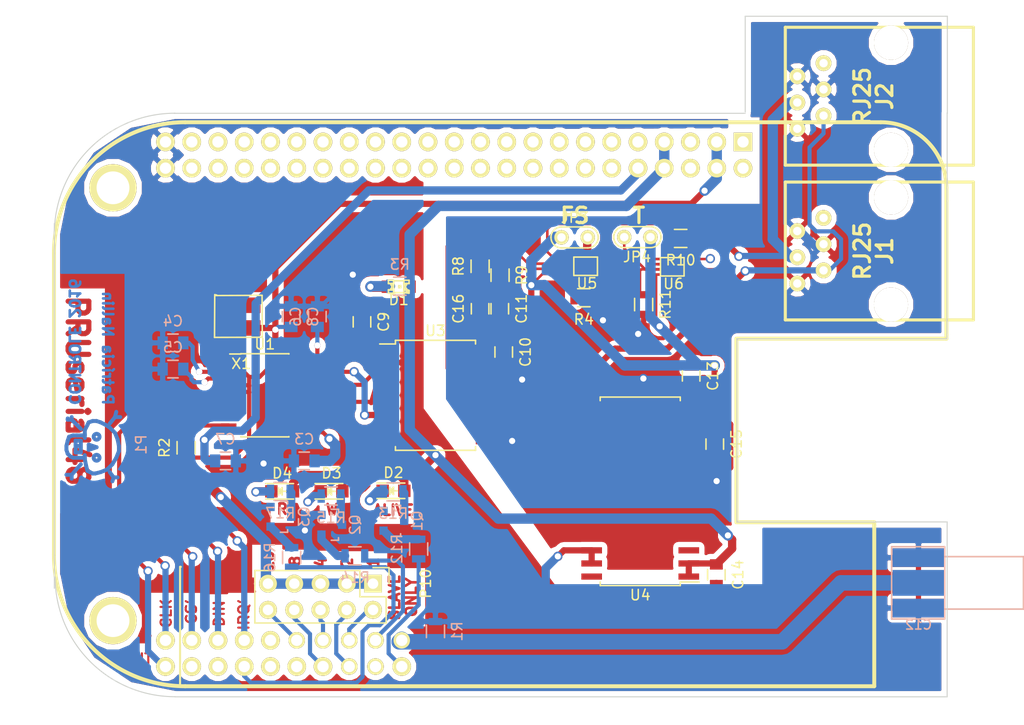
<source format=kicad_pcb>
(kicad_pcb (version 4) (host pcbnew 4.0.2+e4-6225~38~ubuntu15.10.1-stable)
  (layers (0 F.Cu signal) (31 B.Cu signal) (34 B.Paste user hide) (35 F.Paste user hide) (36 B.SilkS user) (37 F.SilkS user) (38 B.Mask user hide) (39 F.Mask user hide) (44 Edge.Cuts user))
  (net 0 "")
  (net 1 +5V)
  (net 2 +5VP)
  (net 3 GNDREF)
  (net 4 +3V3)
  (net 5 "Net-(C5-Pad1)")
  (net 6 /SYS_RST)
  (net 7 "Net-(D1-Pad2)")
  (net 8 /A)
  (net 9 /B)
  (net 10 /CTS')
  (net 11 /RX)
  (net 12 /TX)
  (net 13 "Net-(U1-Pad24)")
  (net 14 "Net-(U3-Pad7)")
  (net 15 "Net-(U3-Pad10)")
  (net 16 "Net-(U3-Pad11)")
  (net 17 "Net-(U3-Pad14)")
  (net 18 "Net-(X1-Pad1)")
  (net 19 /PRU0)
  (net 20 /PRU2)
  (net 21 /PRU4)
  (net 22 /PRU6)
  (net 23 /PRU7)
  (net 24 "Net-(U1-Pad1)")
  (net 25 /SYNC)
  (net 26 "Net-(Beagle1-PadC5)")
  (net 27 "Net-(Beagle1-PadC6)")
  (net 28 "Net-(Beagle1-PadC9)")
  (net 29 "Net-(Beagle1-PadC11)")
  (net 30 "Net-(Beagle1-PadC12)")
  (net 31 "Net-(Beagle1-PadC13)")
  (net 32 "Net-(Beagle1-PadC14)")
  (net 33 "Net-(Beagle1-PadC15)")
  (net 34 "Net-(Beagle1-PadC16)")
  (net 35 "Net-(Beagle1-PadC19)")
  (net 36 "Net-(Beagle1-PadC20)")
  (net 37 "Net-(Beagle1-PadC23)")
  (net 38 "Net-(Beagle1-PadC24)")
  (net 39 "Net-(Beagle1-PadC25)")
  (net 40 "Net-(Beagle1-PadC28)")
  (net 41 "Net-(Beagle1-PadC29)")
  (net 42 "Net-(Beagle1-PadC30)")
  (net 43 "Net-(Beagle1-PadC31)")
  (net 44 "Net-(Beagle1-PadC32)")
  (net 45 "Net-(Beagle1-PadC33)")
  (net 46 "Net-(Beagle1-PadC34)")
  (net 47 "Net-(Beagle1-PadC35)")
  (net 48 "Net-(Beagle1-PadC36)")
  (net 49 "Net-(Beagle1-PadC37)")
  (net 50 "Net-(Beagle1-PadC38)")
  (net 51 "Net-(Beagle1-PadC40)")
  (net 52 "Net-(Beagle1-PadC42)")
  (net 53 "Net-(Beagle1-PadC44)")
  (net 54 "Net-(Beagle1-PadB30)")
  (net 55 "Net-(Beagle1-PadB36)")
  (net 56 "Net-(Beagle1-PadB37)")
  (net 57 "Net-(Beagle1-PadB38)")
  (net 58 "Net-(Beagle1-PadB42)")
  (net 59 "Net-(Beagle1-PadC1)")
  (net 60 "Net-(Beagle1-PadC2)")
  (net 61 "Net-(Beagle1-PadC27)")
  (net 62 "Net-(Beagle1-PadC39)")
  (net 63 "Net-(Beagle1-PadC41)")
  (net 64 "Net-(Beagle1-PadC43)")
  (net 65 "Net-(Beagle1-PadB44)")
  (net 66 "Net-(Beagle1-PadC17)")
  (net 67 "Net-(Beagle1-PadC18)")
  (net 68 "Net-(Beagle1-PadC21)")
  (net 69 "Net-(Beagle1-PadC22)")
  (net 70 "Net-(Beagle1-PadC26)")
  (net 71 GNDA)
  (net 72 "Net-(U4-Pad3)")
  (net 73 "Net-(U4-Pad15)")
  (net 74 "Net-(U4-Pad17)")
  (net 75 "Net-(U4-Pad28)")
  (net 76 /LED1)
  (net 77 /LED2)
  (net 78 /LED3)
  (net 79 /1)
  (net 80 /2)
  (net 81 /4)
  (net 82 /8)
  (net 83 /16)
  (net 84 "Net-(Q1-Pad1)")
  (net 85 "Net-(Q1-Pad2)")
  (net 86 "Net-(Q2-Pad1)")
  (net 87 "Net-(Q2-Pad2)")
  (net 88 "Net-(Q3-Pad1)")
  (net 89 "Net-(Q3-Pad2)")
  (net 90 "Net-(R4-Pad1)")
  (net 91 "Net-(R8-Pad2)")
  (net 92 "Net-(JP3-Pad2)")
  (net 93 "Net-(R10-Pad1)")
  (net 94 "Net-(R10-Pad2)")
  (net 95 "Net-(JP4-Pad2)")
  (net 96 "Net-(D2-Pad1)")
  (net 97 "Net-(D3-Pad1)")
  (net 98 "Net-(D4-Pad1)")
  (net 99 "Net-(C15-Pad1)")
  (net 100 "Net-(J1-Pad6)")
  (net 101 "Net-(U1-Pad15)")
  (net 102 "Net-(U1-Pad16)")
  (net 103 "Net-(U1-Pad17)")
  (net 104 "Net-(U1-Pad18)")
  (net 105 "Net-(U6-Pad4)")
  (net 106 "Net-(U6-Pad3)")
  (net 107 "Net-(U6-Pad2)")
  (net 108 "Net-(U6-Pad1)")
  (net 109 "Net-(U6-Pad5)")
  (net 110 "Net-(U6-Pad6)")
  (net 111 "Net-(U6-Pad8)")
  (net 112 "Net-(U6-Pad7)")
  (net 113 "Net-(J2-Pad6)")
  (module Capacitors_SMD:C_0805 (layer F.Cu) (at 146.558 95.758 90)
    (fp_text reference C16 (at 0 -2.1 90) (layer F.SilkS))
    (fp_text value 100n)
    (pad 1 smd rect (at -1 0 90) (size 1 1.25) (layers F.Cu F.Paste F.Mask) (net 3 GNDREF))
    (pad 2 smd rect (at 1 0 90) (size 1 1.25) (layers F.Cu F.Paste F.Mask) (net 2 +5VP))
  )
  (module CapeBBB:RJ25 (layer F.Cu) (at 181.77 75.184 90)
    (fp_text reference J2 (at 0 3.937 90) (layer F.SilkS) (effects (font (thickness 0.3048))))
    (fp_text value RJ25 (at 0 1.778 90) (layer F.SilkS) (effects (font (thickness 0.3048))))
    (pad 3 thru_hole circle (at -0.60452 -4.51866 270) (size 1.524 1.524) (drill 0.8128) (layers *.Cu *.Mask F.SilkS) (net 9 /B))
    (pad 5 thru_hole circle (at 1.93548 -4.51866 270) (size 1.524 1.524) (drill 0.8128) (layers *.Cu *.Mask F.SilkS) (net 3 GNDREF))
    (pad 1 thru_hole circle (at -3.14452 -4.51866 270) (size 1.524 1.524) (drill 0.8128) (layers *.Cu *.Mask F.SilkS) (net 3 GNDREF))
    (pad 6 thru_hole circle (at 3.20548 -1.97866 270) (size 1.524 1.524) (drill 0.8128) (layers *.Cu *.Mask F.SilkS) (net 113 "Net-(J2-Pad6)"))
    (pad 4 thru_hole circle (at 0.66548 -1.97866 270) (size 1.524 1.524) (drill 0.8128) (layers *.Cu *.Mask F.SilkS) (net 3 GNDREF))
    (pad 2 thru_hole circle (at -1.87452 -1.97866 270) (size 1.524 1.524) (drill 0.8128) (layers *.Cu *.Mask F.SilkS) (net 8 /A))
    (pad 8 thru_hole circle (at -5.18668 4.54914 270) (size 3.3 3.3) (drill 3.3) (layers *.Cu *.Mask F.SilkS))
    (pad 7 thru_hole circle (at 5.18668 4.55168 270) (size 3.3 3.3) (drill 3.3) (layers *.Cu *.Mask F.SilkS))
  )
  (module Controle:BEAGLEBONEBLACK (layer F.Cu) (at 148.5011 105.0036)
    (fp_text reference Beagle1 hide)
    (fp_text value BeagleBone hide)
    (pad M1 thru_hole circle (at -37.465 -20.955) (size 4.572 4.572) (drill 3.175) (layers *.Cu *.Mask F.SilkS))
    (pad M4 thru_hole circle (at -37.465 20.955) (size 4.572 4.572) (drill 3.175) (layers *.Cu *.Mask F.SilkS))
    (pad C1 thru_hole rect (at 23.495 -25.4) (size 1.8 1.8) (drill 1.1) (layers *.Cu *.Mask F.SilkS) (net 59 "Net-(Beagle1-PadC1)"))
    (pad C2 thru_hole circle (at 23.495 -22.86) (size 1.8 1.8) (drill 1.1) (layers *.Cu *.Mask F.SilkS) (net 60 "Net-(Beagle1-PadC2)"))
    (pad C3 thru_hole circle (at 20.955 -25.4) (size 1.8 1.8) (drill 1.1) (layers *.Cu *.Mask F.SilkS) (net 4 +3V3))
    (pad C4 thru_hole circle (at 20.955 -22.86) (size 1.8 1.8) (drill 1.1) (layers *.Cu *.Mask F.SilkS) (net 4 +3V3))
    (pad C5 thru_hole circle (at 18.415 -25.4) (size 1.8 1.8) (drill 1.1) (layers *.Cu *.Mask F.SilkS) (net 26 "Net-(Beagle1-PadC5)"))
    (pad C6 thru_hole circle (at 18.415 -22.86) (size 1.8 1.8) (drill 1.1) (layers *.Cu *.Mask F.SilkS) (net 27 "Net-(Beagle1-PadC6)"))
    (pad C7 thru_hole circle (at 15.875 -25.4) (size 1.8 1.8) (drill 1.1) (layers *.Cu *.Mask F.SilkS) (net 1 +5V))
    (pad C8 thru_hole circle (at 15.875 -22.86) (size 1.8 1.8) (drill 1.1) (layers *.Cu *.Mask F.SilkS) (net 1 +5V))
    (pad C9 thru_hole circle (at 13.335 -25.4) (size 1.8 1.8) (drill 1.1) (layers *.Cu *.Mask F.SilkS) (net 28 "Net-(Beagle1-PadC9)"))
    (pad C10 thru_hole circle (at 13.335 -22.86) (size 1.8 1.8) (drill 1.1) (layers *.Cu *.Mask F.SilkS) (net 6 /SYS_RST))
    (pad C11 thru_hole circle (at 10.795 -25.4) (size 1.8 1.8) (drill 1.1) (layers *.Cu *.Mask F.SilkS) (net 29 "Net-(Beagle1-PadC11)"))
    (pad C12 thru_hole circle (at 10.795 -22.86) (size 1.8 1.8) (drill 1.1) (layers *.Cu *.Mask F.SilkS) (net 30 "Net-(Beagle1-PadC12)"))
    (pad C13 thru_hole circle (at 8.255 -25.4) (size 1.8 1.8) (drill 1.1) (layers *.Cu *.Mask F.SilkS) (net 31 "Net-(Beagle1-PadC13)"))
    (pad C14 thru_hole circle (at 8.255 -22.86) (size 1.8 1.8) (drill 1.1) (layers *.Cu *.Mask F.SilkS) (net 32 "Net-(Beagle1-PadC14)"))
    (pad C15 thru_hole circle (at 5.715 -25.4) (size 1.8 1.8) (drill 1.1) (layers *.Cu *.Mask F.SilkS) (net 33 "Net-(Beagle1-PadC15)"))
    (pad C16 thru_hole circle (at 5.715 -22.86) (size 1.8 1.8) (drill 1.1) (layers *.Cu *.Mask F.SilkS) (net 34 "Net-(Beagle1-PadC16)"))
    (pad C17 thru_hole circle (at 3.175 -25.4) (size 1.8 1.8) (drill 1.1) (layers *.Cu *.Mask F.SilkS) (net 66 "Net-(Beagle1-PadC17)"))
    (pad C18 thru_hole circle (at 3.175 -22.86) (size 1.8 1.8) (drill 1.1) (layers *.Cu *.Mask F.SilkS) (net 67 "Net-(Beagle1-PadC18)"))
    (pad C19 thru_hole circle (at 0.635 -25.4) (size 1.8 1.8) (drill 1.1) (layers *.Cu *.Mask F.SilkS) (net 35 "Net-(Beagle1-PadC19)"))
    (pad C20 thru_hole circle (at 0.635 -22.86) (size 1.8 1.8) (drill 1.1) (layers *.Cu *.Mask F.SilkS) (net 36 "Net-(Beagle1-PadC20)"))
    (pad C21 thru_hole circle (at -1.905 -25.4) (size 1.8 1.8) (drill 1.1) (layers *.Cu *.Mask F.SilkS) (net 68 "Net-(Beagle1-PadC21)"))
    (pad C22 thru_hole circle (at -1.905 -22.86) (size 1.8 1.8) (drill 1.1) (layers *.Cu *.Mask F.SilkS) (net 69 "Net-(Beagle1-PadC22)"))
    (pad C23 thru_hole circle (at -4.445 -25.4) (size 1.8 1.8) (drill 1.1) (layers *.Cu *.Mask F.SilkS) (net 37 "Net-(Beagle1-PadC23)"))
    (pad C24 thru_hole circle (at -4.445 -22.86) (size 1.8 1.8) (drill 1.1) (layers *.Cu *.Mask F.SilkS) (net 38 "Net-(Beagle1-PadC24)"))
    (pad C25 thru_hole circle (at -6.985 -25.4) (size 1.8 1.8) (drill 1.1) (layers *.Cu *.Mask F.SilkS) (net 39 "Net-(Beagle1-PadC25)"))
    (pad C26 thru_hole circle (at -6.985 -22.86) (size 1.8 1.8) (drill 1.1) (layers *.Cu *.Mask F.SilkS) (net 70 "Net-(Beagle1-PadC26)"))
    (pad C27 thru_hole circle (at -9.525 -25.4) (size 1.8 1.8) (drill 1.1) (layers *.Cu *.Mask F.SilkS) (net 61 "Net-(Beagle1-PadC27)"))
    (pad C28 thru_hole circle (at -9.525 -22.86) (size 1.8 1.8) (drill 1.1) (layers *.Cu *.Mask F.SilkS) (net 40 "Net-(Beagle1-PadC28)"))
    (pad C29 thru_hole circle (at -12.065 -25.4) (size 1.8 1.8) (drill 1.1) (layers *.Cu *.Mask F.SilkS) (net 41 "Net-(Beagle1-PadC29)"))
    (pad C30 thru_hole circle (at -12.065 -22.86) (size 1.8 1.8) (drill 1.1) (layers *.Cu *.Mask F.SilkS) (net 42 "Net-(Beagle1-PadC30)"))
    (pad C31 thru_hole circle (at -14.605 -25.4) (size 1.8 1.8) (drill 1.1) (layers *.Cu *.Mask F.SilkS) (net 43 "Net-(Beagle1-PadC31)"))
    (pad C32 thru_hole circle (at -14.605 -22.86) (size 1.8 1.8) (drill 1.1) (layers *.Cu *.Mask F.SilkS) (net 44 "Net-(Beagle1-PadC32)"))
    (pad C33 thru_hole circle (at -17.145 -25.4) (size 1.8 1.8) (drill 1.1) (layers *.Cu *.Mask F.SilkS) (net 45 "Net-(Beagle1-PadC33)"))
    (pad C34 thru_hole circle (at -17.145 -22.86) (size 1.8 1.8) (drill 1.1) (layers *.Cu *.Mask F.SilkS) (net 46 "Net-(Beagle1-PadC34)"))
    (pad C35 thru_hole circle (at -19.685 -25.4) (size 1.8 1.8) (drill 1.1) (layers *.Cu *.Mask F.SilkS) (net 47 "Net-(Beagle1-PadC35)"))
    (pad C36 thru_hole circle (at -19.685 -22.86) (size 1.8 1.8) (drill 1.1) (layers *.Cu *.Mask F.SilkS) (net 48 "Net-(Beagle1-PadC36)"))
    (pad C37 thru_hole circle (at -22.225 -25.4) (size 1.8 1.8) (drill 1.1) (layers *.Cu *.Mask F.SilkS) (net 49 "Net-(Beagle1-PadC37)"))
    (pad C38 thru_hole circle (at -22.225 -22.86) (size 1.8 1.8) (drill 1.1) (layers *.Cu *.Mask F.SilkS) (net 50 "Net-(Beagle1-PadC38)"))
    (pad C39 thru_hole circle (at -24.765 -25.4) (size 1.8 1.8) (drill 1.1) (layers *.Cu *.Mask F.SilkS) (net 62 "Net-(Beagle1-PadC39)"))
    (pad C40 thru_hole circle (at -24.765 -22.86) (size 1.8 1.8) (drill 1.1) (layers *.Cu *.Mask F.SilkS) (net 51 "Net-(Beagle1-PadC40)"))
    (pad C41 thru_hole circle (at -27.305 -25.4) (size 1.8 1.8) (drill 1.1) (layers *.Cu *.Mask F.SilkS) (net 63 "Net-(Beagle1-PadC41)"))
    (pad C42 thru_hole circle (at -27.305 -22.86) (size 1.8 1.8) (drill 1.1) (layers *.Cu *.Mask F.SilkS) (net 52 "Net-(Beagle1-PadC42)"))
    (pad C43 thru_hole circle (at -29.845 -25.4) (size 1.8 1.8) (drill 1.1) (layers *.Cu *.Mask F.SilkS) (net 64 "Net-(Beagle1-PadC43)"))
    (pad C44 thru_hole circle (at -29.845 -22.86) (size 1.8 1.8) (drill 1.1) (layers *.Cu *.Mask F.SilkS) (net 53 "Net-(Beagle1-PadC44)"))
    (pad C45 thru_hole circle (at -32.385 -25.4) (size 1.8 1.8) (drill 1.1) (layers *.Cu *.Mask F.SilkS) (net 71 GNDA))
    (pad C46 thru_hole circle (at -32.385 -22.86) (size 1.8 1.8) (drill 1.1) (layers *.Cu *.Mask F.SilkS) (net 71 GNDA))
    (pad B27 thru_hole circle (at -9.525 22.86) (size 1.6 1.6) (drill 1.1) (layers *.Cu *.Mask F.SilkS) (net 25 /SYNC))
    (pad B28 thru_hole circle (at -9.525 25.4) (size 1.8 1.8) (drill 1.1) (layers *.Cu *.Mask F.SilkS) (net 76 /LED1))
    (pad B29 thru_hole circle (at -12.065 22.86) (size 1.6 1.6) (drill 1.1) (layers *.Cu *.Mask F.SilkS) (net 77 /LED2))
    (pad B30 thru_hole circle (at -12.065 25.4) (size 1.6 1.6) (drill 1.1) (layers *.Cu *.Mask F.SilkS) (net 54 "Net-(Beagle1-PadB30)"))
    (pad B31 thru_hole circle (at -14.605 22.86) (size 1.6 1.6) (drill 1.1) (layers *.Cu *.Mask F.SilkS) (net 79 /1))
    (pad B32 thru_hole circle (at -14.605 25.4) (size 1.6 1.6) (drill 1.1) (layers *.Cu *.Mask F.SilkS) (net 80 /2))
    (pad B33 thru_hole circle (at -17.145 22.86) (size 1.6 1.6) (drill 1.1) (layers *.Cu *.Mask F.SilkS) (net 81 /4))
    (pad B34 thru_hole circle (at -17.145 25.4) (size 1.8 1.8) (drill 1.1) (layers *.Cu *.Mask F.SilkS) (net 82 /8))
    (pad B35 thru_hole circle (at -19.685 22.86) (size 1.6 1.6) (drill 1.1) (layers *.Cu *.Mask F.SilkS) (net 83 /16))
    (pad B36 thru_hole circle (at -19.685 25.4) (size 1.8 1.8) (drill 1.1) (layers *.Cu *.Mask F.SilkS) (net 55 "Net-(Beagle1-PadB36)"))
    (pad B37 thru_hole circle (at -22.225 22.86) (size 1.8 1.8) (drill 1.1) (layers *.Cu *.Mask F.SilkS) (net 56 "Net-(Beagle1-PadB37)"))
    (pad B38 thru_hole circle (at -22.225 25.4) (size 1.8 1.8) (drill 1.1) (layers *.Cu *.Mask F.SilkS) (net 57 "Net-(Beagle1-PadB38)"))
    (pad B39 thru_hole circle (at -24.765 22.86) (size 1.8 1.8) (drill 1.1) (layers *.Cu *.Mask F.SilkS) (net 19 /PRU0))
    (pad B40 thru_hole circle (at -24.765 25.4) (size 1.8 1.8) (drill 1.1) (layers *.Cu *.Mask F.SilkS) (net 78 /LED3))
    (pad B41 thru_hole circle (at -27.305 22.86) (size 1.8 1.8) (drill 1.1) (layers *.Cu *.Mask F.SilkS) (net 20 /PRU2))
    (pad B42 thru_hole circle (at -27.305 25.4) (size 1.8 1.8) (drill 1.1) (layers *.Cu *.Mask F.SilkS) (net 58 "Net-(Beagle1-PadB42)"))
    (pad B43 thru_hole circle (at -29.845 22.86) (size 1.8 1.8) (drill 1.1) (layers *.Cu *.Mask F.SilkS) (net 21 /PRU4))
    (pad B44 thru_hole circle (at -29.845 25.4) (size 1.8 1.8) (drill 1.1) (layers *.Cu *.Mask F.SilkS) (net 65 "Net-(Beagle1-PadB44)"))
    (pad B45 thru_hole circle (at -32.385 22.86) (size 1.8 1.8) (drill 1.1) (layers *.Cu *.Mask F.SilkS) (net 22 /PRU6))
    (pad B46 thru_hole circle (at -32.385 25.4) (size 1.8 1.8) (drill 1.1) (layers *.Cu *.Mask F.SilkS) (net 23 /PRU7))
  )
  (module Resistors_SMD:R_0805 (layer F.Cu) (at 156.591 94.6912 180)
    (fp_text reference R4 (at 0 -2.1 180) (layer F.SilkS))
    (fp_text value 150r)
    (pad 1 smd rect (at -0.95 0 180) (size 0.7 1.3) (layers F.Cu F.Paste F.Mask) (net 90 "Net-(R4-Pad1)"))
    (pad 2 smd rect (at 0.95 0 180) (size 0.7 1.3) (layers F.Cu F.Paste F.Mask) (net 2 +5VP))
  )
  (module TO_SOT_Packages_SMD:SOT-23 (layer B.Cu) (at 127.2794 115.9002 90)
    (fp_text reference Q3 (at 0 2.25 90) (layer B.SilkS) (effects (justify mirror)))
    (fp_text value BSR14)
    (pad 2 smd rect (at -0.95 -1.00076 90) (size 0.8001 0.8001) (layers B.Cu B.Paste B.Mask) (net 89 "Net-(Q3-Pad2)"))
    (pad 3 smd rect (at 0.95 -1.00076 90) (size 0.8001 0.8001) (layers B.Cu B.Paste B.Mask) (net 71 GNDA))
    (pad 1 smd rect (at 0 0.99822 90) (size 0.8001 0.8001) (layers B.Cu B.Paste B.Mask) (net 88 "Net-(Q3-Pad1)"))
  )
  (module Housings_SOIC:SOIC-28_7.5x17.9mm_Pitch1.27mm (layer F.Cu) (at 162.052 113.4364 180)
    (fp_text reference U4 (at 0 -10.05 180) (layer F.SilkS))
    (fp_text value DCR01XXXXU)
    (pad 1 smd rect (at -4.7 -8.255 180) (size 2 0.6) (layers F.Cu F.Paste F.Mask) (net 1 +5V))
    (pad 2 smd rect (at -4.7 -6.985 180) (size 2 0.6) (layers F.Cu F.Paste F.Mask) (net 1 +5V))
    (pad 3 smd rect (at -4.7 -5.715 180) (size 2 0.6) (layers F.Cu F.Paste F.Mask) (net 72 "Net-(U4-Pad3)"))
    (pad 12 smd rect (at -4.7 5.715 180) (size 2 0.6) (layers F.Cu F.Paste F.Mask) (net 99 "Net-(C15-Pad1)"))
    (pad 13 smd rect (at -4.7 6.985 180) (size 2 0.6) (layers F.Cu F.Paste F.Mask) (net 3 GNDREF))
    (pad 14 smd rect (at -4.7 8.255 180) (size 2 0.6) (layers F.Cu F.Paste F.Mask) (net 2 +5VP))
    (pad 15 smd rect (at 4.7 8.255 180) (size 2 0.6) (layers F.Cu F.Paste F.Mask) (net 73 "Net-(U4-Pad15)"))
    (pad 16 smd rect (at 4.7 6.985 180) (size 2 0.6) (layers F.Cu F.Paste F.Mask) (net 99 "Net-(C15-Pad1)"))
    (pad 17 smd rect (at 4.7 5.715 180) (size 2 0.6) (layers F.Cu F.Paste F.Mask) (net 74 "Net-(U4-Pad17)"))
    (pad 26 smd rect (at 4.7 -5.715 180) (size 2 0.6) (layers F.Cu F.Paste F.Mask) (net 71 GNDA))
    (pad 27 smd rect (at 4.7 -6.985 180) (size 2 0.6) (layers F.Cu F.Paste F.Mask) (net 71 GNDA))
    (pad 28 smd rect (at 4.7 -8.255 180) (size 2 0.6) (layers F.Cu F.Paste F.Mask) (net 75 "Net-(U4-Pad28)"))
  )
  (module Capacitors_SMD:C_0805 (layer B.Cu) (at 129.54 110.49 180)
    (fp_text reference C3 (at 0 2.1 180) (layer B.SilkS) (effects (justify mirror)))
    (fp_text value 0.1uF)
    (pad 1 smd rect (at -1 0 180) (size 1 1.25) (layers B.Cu B.Paste B.Mask) (net 4 +3V3))
    (pad 2 smd rect (at 1 0 180) (size 1 1.25) (layers B.Cu B.Paste B.Mask) (net 71 GNDA))
  )
  (module Capacitors_SMD:C_0805 (layer B.Cu) (at 116.84 99.06 180)
    (fp_text reference C4 (at 0 2.1 180) (layer B.SilkS) (effects (justify mirror)))
    (fp_text value 0.1uF)
    (pad 1 smd rect (at -1 0 180) (size 1 1.25) (layers B.Cu B.Paste B.Mask) (net 4 +3V3))
    (pad 2 smd rect (at 1 0 180) (size 1 1.25) (layers B.Cu B.Paste B.Mask) (net 71 GNDA))
  )
  (module Capacitors_SMD:C_0805 (layer B.Cu) (at 116.84 101.6 180)
    (fp_text reference C5 (at 0 2.1 180) (layer B.SilkS) (effects (justify mirror)))
    (fp_text value 1uF)
    (pad 1 smd rect (at -1 0 180) (size 1 1.25) (layers B.Cu B.Paste B.Mask) (net 5 "Net-(C5-Pad1)"))
    (pad 2 smd rect (at 1 0 180) (size 1 1.25) (layers B.Cu B.Paste B.Mask) (net 71 GNDA))
  )
  (module Capacitors_SMD:C_0805 (layer B.Cu) (at 130.81 96.52 270)
    (fp_text reference C6 (at 0 2.1 270) (layer B.SilkS) (effects (justify mirror)))
    (fp_text value 0.1uF)
    (pad 1 smd rect (at -1 0 270) (size 1 1.25) (layers B.Cu B.Paste B.Mask) (net 71 GNDA))
    (pad 2 smd rect (at 1 0 270) (size 1 1.25) (layers B.Cu B.Paste B.Mask) (net 4 +3V3))
  )
  (module Capacitors_SMD:C_0805 (layer B.Cu) (at 121.92 110.49 180)
    (fp_text reference C7 (at 0 2.1 180) (layer B.SilkS) (effects (justify mirror)))
    (fp_text value 0.1uF)
    (pad 1 smd rect (at -1 0 180) (size 1 1.25) (layers B.Cu B.Paste B.Mask) (net 71 GNDA))
    (pad 2 smd rect (at 1 0 180) (size 1 1.25) (layers B.Cu B.Paste B.Mask) (net 6 /SYS_RST))
  )
  (module Capacitors_SMD:C_0805 (layer B.Cu) (at 128.27 96.52 90)
    (fp_text reference C8 (at 0 2.1 90) (layer B.SilkS) (effects (justify mirror)))
    (fp_text value 0.01uF)
    (pad 1 smd rect (at -1 0 90) (size 1 1.25) (layers B.Cu B.Paste B.Mask) (net 4 +3V3))
    (pad 2 smd rect (at 1 0 90) (size 1 1.25) (layers B.Cu B.Paste B.Mask) (net 71 GNDA))
  )
  (module LEDs:LED-0805 (layer F.Cu) (at 138.684 93.6244 180)
    (fp_text reference D1 (at 0 -1.27 180) (layer F.SilkS))
    (fp_text value Led_Small)
    (pad 2 smd rect (at 1.04902 0) (size 1.19888 1.19888) (layers F.Cu F.Paste F.Mask) (net 7 "Net-(D1-Pad2)"))
    (pad 1 smd rect (at -1.04902 0) (size 1.19888 1.19888) (layers F.Cu F.Paste F.Mask) (net 71 GNDA))
  )
  (module Resistors_SMD:R_0805 (layer F.Cu) (at 118.11 109.22 90)
    (fp_text reference R2 (at 0 -2.1 90) (layer F.SilkS))
    (fp_text value 1k)
    (pad 1 smd rect (at -0.95 0 90) (size 0.7 1.3) (layers F.Cu F.Paste F.Mask) (net 4 +3V3))
    (pad 2 smd rect (at 0.95 0 90) (size 0.7 1.3) (layers F.Cu F.Paste F.Mask) (net 19 /PRU0))
  )
  (module Resistors_SMD:R_0805 (layer B.Cu) (at 138.7856 93.5736 180)
    (fp_text reference R3 (at 0 2.1 180) (layer B.SilkS) (effects (justify mirror)))
    (fp_text value 620R)
    (pad 1 smd rect (at -0.95 0 180) (size 0.7 1.3) (layers B.Cu B.Paste B.Mask) (net 1 +5V))
    (pad 2 smd rect (at 0.95 0 180) (size 0.7 1.3) (layers B.Cu B.Paste B.Mask) (net 7 "Net-(D1-Pad2)"))
  )
  (module Housings_SSOP:TSSOP-24_4.4x7.8mm_Pitch0.65mm (layer F.Cu) (at 125.73 104.14)
    (fp_text reference U1 (at 0 -4.95) (layer F.SilkS))
    (fp_text value MAX3107E)
    (pad 1 smd rect (at -3.5 -3.575) (size 1.5 0.4) (layers F.Cu F.Paste F.Mask) (net 24 "Net-(U1-Pad1)"))
    (pad 2 smd rect (at -3.5 -2.925) (size 1.5 0.4) (layers F.Cu F.Paste F.Mask) (net 71 GNDA))
    (pad 3 smd rect (at -3.5 -2.275) (size 1.5 0.4) (layers F.Cu F.Paste F.Mask) (net 4 +3V3))
    (pad 4 smd rect (at -3.5 -1.625) (size 1.5 0.4) (layers F.Cu F.Paste F.Mask) (net 5 "Net-(C5-Pad1)"))
    (pad 5 smd rect (at -3.5 -0.975) (size 1.5 0.4) (layers F.Cu F.Paste F.Mask) (net 4 +3V3))
    (pad 6 smd rect (at -3.5 -0.325) (size 1.5 0.4) (layers F.Cu F.Paste F.Mask) (net 4 +3V3))
    (pad 7 smd rect (at -3.5 0.325) (size 1.5 0.4) (layers F.Cu F.Paste F.Mask) (net 23 /PRU7))
    (pad 8 smd rect (at -3.5 0.975) (size 1.5 0.4) (layers F.Cu F.Paste F.Mask) (net 22 /PRU6))
    (pad 9 smd rect (at -3.5 1.625) (size 1.5 0.4) (layers F.Cu F.Paste F.Mask) (net 21 /PRU4))
    (pad 10 smd rect (at -3.5 2.275) (size 1.5 0.4) (layers F.Cu F.Paste F.Mask) (net 20 /PRU2))
    (pad 11 smd rect (at -3.5 2.925) (size 1.5 0.4) (layers F.Cu F.Paste F.Mask) (net 19 /PRU0))
    (pad 12 smd rect (at -3.5 3.575) (size 1.5 0.4) (layers F.Cu F.Paste F.Mask) (net 6 /SYS_RST))
    (pad 13 smd rect (at 3.5 3.575) (size 1.5 0.4) (layers F.Cu F.Paste F.Mask) (net 4 +3V3))
    (pad 14 smd rect (at 3.5 2.925) (size 1.5 0.4) (layers F.Cu F.Paste F.Mask) (net 71 GNDA))
    (pad 15 smd rect (at 3.5 2.275) (size 1.5 0.4) (layers F.Cu F.Paste F.Mask) (net 101 "Net-(U1-Pad15)"))
    (pad 16 smd rect (at 3.5 1.625) (size 1.5 0.4) (layers F.Cu F.Paste F.Mask) (net 102 "Net-(U1-Pad16)"))
    (pad 17 smd rect (at 3.5 0.975) (size 1.5 0.4) (layers F.Cu F.Paste F.Mask) (net 103 "Net-(U1-Pad17)"))
    (pad 18 smd rect (at 3.5 0.325) (size 1.5 0.4) (layers F.Cu F.Paste F.Mask) (net 104 "Net-(U1-Pad18)"))
    (pad 19 smd rect (at 3.5 -0.325) (size 1.5 0.4) (layers F.Cu F.Paste F.Mask) (net 10 /CTS'))
    (pad 20 smd rect (at 3.5 -0.975) (size 1.5 0.4) (layers F.Cu F.Paste F.Mask) (net 10 /CTS'))
    (pad 21 smd rect (at 3.5 -1.625) (size 1.5 0.4) (layers F.Cu F.Paste F.Mask) (net 11 /RX))
    (pad 22 smd rect (at 3.5 -2.275) (size 1.5 0.4) (layers F.Cu F.Paste F.Mask) (net 12 /TX))
    (pad 23 smd rect (at 3.5 -2.925) (size 1.5 0.4) (layers F.Cu F.Paste F.Mask) (net 4 +3V3))
    (pad 24 smd rect (at 3.5 -3.575) (size 1.5 0.4) (layers F.Cu F.Paste F.Mask) (net 13 "Net-(U1-Pad24)"))
  )
  (module CapeBBB:RJ25 (layer F.Cu) (at 181.77 90.17 90)
    (fp_text reference J1 (at 0 3.937 90) (layer F.SilkS) (effects (font (thickness 0.3048))))
    (fp_text value RJ25 (at 0 1.778 90) (layer F.SilkS) (effects (font (thickness 0.3048))))
    (pad 3 thru_hole circle (at -0.60452 -4.51866 270) (size 1.524 1.524) (drill 0.8128) (layers *.Cu *.Mask F.SilkS) (net 9 /B))
    (pad 5 thru_hole circle (at 1.93548 -4.51866 270) (size 1.524 1.524) (drill 0.8128) (layers *.Cu *.Mask F.SilkS) (net 3 GNDREF))
    (pad 1 thru_hole circle (at -3.14452 -4.51866 270) (size 1.524 1.524) (drill 0.8128) (layers *.Cu *.Mask F.SilkS) (net 3 GNDREF))
    (pad 6 thru_hole circle (at 3.20548 -1.97866 270) (size 1.524 1.524) (drill 0.8128) (layers *.Cu *.Mask F.SilkS) (net 100 "Net-(J1-Pad6)"))
    (pad 4 thru_hole circle (at 0.66548 -1.97866 270) (size 1.524 1.524) (drill 0.8128) (layers *.Cu *.Mask F.SilkS) (net 3 GNDREF))
    (pad 2 thru_hole circle (at -1.87452 -1.97866 270) (size 1.524 1.524) (drill 0.8128) (layers *.Cu *.Mask F.SilkS) (net 8 /A))
    (pad 8 thru_hole circle (at -5.18668 4.54914 270) (size 3.3 3.3) (drill 3.3) (layers *.Cu *.Mask F.SilkS))
    (pad 7 thru_hole circle (at 5.18668 4.55168 270) (size 3.3 3.3) (drill 3.3) (layers *.Cu *.Mask F.SilkS))
  )
  (module Housings_SOIC:SOIC-16_7.5x10.3mm_Pitch1.27mm (layer F.Cu) (at 142.24 104.14)
    (fp_text reference U3 (at 0 -6.25) (layer F.SilkS))
    (fp_text value IL3685)
    (pad 1 smd rect (at -4.65 -4.445) (size 1.5 0.6) (layers F.Cu F.Paste F.Mask) (net 4 +3V3))
    (pad 2 smd rect (at -4.65 -3.175) (size 1.5 0.6) (layers F.Cu F.Paste F.Mask) (net 71 GNDA))
    (pad 3 smd rect (at -4.65 -1.905) (size 1.5 0.6) (layers F.Cu F.Paste F.Mask) (net 11 /RX))
    (pad 4 smd rect (at -4.65 -0.635) (size 1.5 0.6) (layers F.Cu F.Paste F.Mask) (net 10 /CTS'))
    (pad 5 smd rect (at -4.65 0.635) (size 1.5 0.6) (layers F.Cu F.Paste F.Mask) (net 10 /CTS'))
    (pad 6 smd rect (at -4.65 1.905) (size 1.5 0.6) (layers F.Cu F.Paste F.Mask) (net 12 /TX))
    (pad 7 smd rect (at -4.65 3.175) (size 1.5 0.6) (layers F.Cu F.Paste F.Mask) (net 14 "Net-(U3-Pad7)"))
    (pad 8 smd rect (at -4.65 4.445) (size 1.5 0.6) (layers F.Cu F.Paste F.Mask) (net 71 GNDA))
    (pad 9 smd rect (at 4.65 4.445) (size 1.5 0.6) (layers F.Cu F.Paste F.Mask) (net 3 GNDREF))
    (pad 10 smd rect (at 4.65 3.175) (size 1.5 0.6) (layers F.Cu F.Paste F.Mask) (net 15 "Net-(U3-Pad10)"))
    (pad 11 smd rect (at 4.65 1.905) (size 1.5 0.6) (layers F.Cu F.Paste F.Mask) (net 16 "Net-(U3-Pad11)"))
    (pad 12 smd rect (at 4.65 0.635) (size 1.5 0.6) (layers F.Cu F.Paste F.Mask) (net 8 /A))
    (pad 13 smd rect (at 4.65 -0.635) (size 1.5 0.6) (layers F.Cu F.Paste F.Mask) (net 9 /B))
    (pad 14 smd rect (at 4.65 -1.905) (size 1.5 0.6) (layers F.Cu F.Paste F.Mask) (net 17 "Net-(U3-Pad14)"))
    (pad 15 smd rect (at 4.65 -3.175) (size 1.5 0.6) (layers F.Cu F.Paste F.Mask) (net 3 GNDREF))
    (pad 16 smd rect (at 4.65 -4.445) (size 1.5 0.6) (layers F.Cu F.Paste F.Mask) (net 2 +5VP))
  )
  (module CapeBBB:Oscilador_3.3V_HCMOS_TTL_SMD (layer F.Cu) (at 123.19 96.52 180)
    (fp_text reference X1 (at -0.25 -4.56 360) (layer F.SilkS))
    (fp_text value OSCILADOR)
    (pad 3 smd trapezoid (at 1.27 -1.1 180) (size 1.7 1.5) (layers F.Cu F.Paste F.Mask) (net 24 "Net-(U1-Pad1)"))
    (pad 2 smd rect (at 1.27 1.1 180) (size 1.7 1.5) (layers F.Cu F.Paste F.Mask) (net 71 GNDA))
    (pad 4 smd trapezoid (at -1.27 -1.1 180) (size 1.7 1.5) (layers F.Cu F.Paste F.Mask) (net 4 +3V3))
    (pad 1 smd rect (at -1.27 1.1 180) (size 1.7 1.5) (layers F.Cu F.Paste F.Mask) (net 18 "Net-(X1-Pad1)"))
  )
  (module Capacitors_SMD:C_0805 (layer F.Cu) (at 135.128 97.028 270)
    (fp_text reference C9 (at 0 -2.1 270) (layer F.SilkS))
    (fp_text value 47n)
    (pad 1 smd rect (at -1 0 270) (size 1 1.25) (layers F.Cu F.Paste F.Mask) (net 71 GNDA))
    (pad 2 smd rect (at 1 0 270) (size 1 1.25) (layers F.Cu F.Paste F.Mask) (net 4 +3V3))
  )
  (module Capacitors_SMD:C_0805 (layer F.Cu) (at 148.844 99.949 270)
    (fp_text reference C10 (at 0 -2.1 270) (layer F.SilkS))
    (fp_text value 10u)
    (pad 1 smd rect (at -1 0 270) (size 1 1.25) (layers F.Cu F.Paste F.Mask) (net 2 +5VP))
    (pad 2 smd rect (at 1 0 270) (size 1 1.25) (layers F.Cu F.Paste F.Mask) (net 3 GNDREF))
  )
  (module Capacitors_SMD:C_0805 (layer F.Cu) (at 148.463 95.758 270)
    (fp_text reference C11 (at 0 -2.1 270) (layer F.SilkS))
    (fp_text value 47n)
    (pad 1 smd rect (at -1 0 270) (size 1 1.25) (layers F.Cu F.Paste F.Mask) (net 3 GNDREF))
    (pad 2 smd rect (at 1 0 270) (size 1 1.25) (layers F.Cu F.Paste F.Mask) (net 2 +5VP))
  )
  (module CapeBBB:SMA_Small (layer B.Cu) (at 188.976 122.301)
    (fp_text reference C12 (at 0 4.064 180) (layer B.SilkS) (effects (font (size 0.9 0.9)) (justify mirror)))
    (fp_text value Conn_SMA hide)
    (pad 1 smd rect (at 0 0) (size 5 2.5) (layers B.Cu B.Paste B.Mask) (net 25 /SYNC))
    (pad 2 smd rect (at 0 2.44) (size 5 1.8) (layers B.Cu B.Paste B.Mask) (net 71 GNDA))
    (pad 2 smd rect (at 0 2.44) (size 5 1.8) (layers F.Cu B.Paste B.Mask) (net 71 GNDA))
    (pad 2 smd rect (at 0 -2.44) (size 5 1.8) (layers B.Cu B.Paste B.Mask) (net 71 GNDA))
    (pad 2 smd rect (at 0 -2.44) (size 5 1.8) (layers F.Cu B.Paste B.Mask) (net 71 GNDA))
  )
  (module Resistors_SMD:R_0805 (layer B.Cu) (at 142.24 127 90)
    (fp_text reference R1 (at 0 2.1 90) (layer B.SilkS) (effects (justify mirror)))
    (fp_text value 50r)
    (pad 1 smd rect (at -0.95 0 90) (size 0.7 1.3) (layers B.Cu B.Paste B.Mask) (net 25 /SYNC))
    (pad 2 smd rect (at 0.95 0 90) (size 0.7 1.3) (layers B.Cu B.Paste B.Mask) (net 71 GNDA))
  )
  (module Symbols:Symbol_Danger_CopperTop_Small (layer B.Cu) (at 109.0676 109.1692 90)
    (fp_text reference P1 (at 0.254 4.699 90) (layer B.SilkS) (effects (justify mirror)))
    (fp_text value CONN_01X01)
    (fp_line (start 2.667 -2.032) (end 2.667 -2.413) (layer B.Cu) (width 0.381))
    (fp_line (start 2.667 -2.413) (end 2.794 -2.413) (layer B.Cu) (width 0.381))
    (fp_line (start 1.778 -1.143) (end 2.667 -2.032) (layer B.Cu) (width 0.381))
    (fp_line (start 2.667 -2.032) (end 2.921 -2.032) (layer B.Cu) (width 0.381))
    (fp_line (start -2.921 2.032) (end -3.302 1.905) (layer B.Cu) (width 0.381))
    (fp_line (start -2.921 2.032) (end -2.921 2.413) (layer B.Cu) (width 0.381))
    (fp_line (start -2.413 1.651) (end -2.921 2.032) (layer B.Cu) (width 0.381))
    (fp_line (start -2.667 -2.032) (end -2.667 -2.54) (layer B.Cu) (width 0.381))
    (fp_line (start -2.667 -2.032) (end -3.048 -2.032) (layer B.Cu) (width 0.381))
    (fp_line (start -1.651 -1.143) (end -2.667 -2.032) (layer B.Cu) (width 0.381))
    (fp_line (start 2.921 2.159) (end 3.429 2.286) (layer B.Cu) (width 0.381))
    (fp_line (start 2.921 2.159) (end 2.921 2.667) (layer B.Cu) (width 0.381))
    (fp_line (start 2.286 1.651) (end 2.921 2.159) (layer B.Cu) (width 0.381))
    (fp_line (start 0.127 -1.27) (end 0.127 -1.524) (layer B.Cu) (width 0.381))
    (fp_line (start -0.508 -1.143) (end 0.635 -1.143) (layer B.Cu) (width 0.381))
    (fp_line (start 0.635 -1.143) (end 0.635 -1.651) (layer B.Cu) (width 0.381))
    (fp_line (start 0.635 -1.651) (end -0.508 -1.651) (layer B.Cu) (width 0.381))
    (fp_line (start -0.508 -1.651) (end -0.508 -1.143) (layer B.Cu) (width 0.381))
    (fp_circle (center -1.016 0.381) (end -1.27 0.254) (layer B.Cu) (width 0.381))
    (fp_circle (center 1.016 0.381) (end 1.27 0.254) (layer B.Cu) (width 0.381))
    (fp_line (start 0 0.381) (end 0.254 -0.381) (layer B.Cu) (width 0.381))
    (fp_line (start 0.254 -0.381) (end -0.254 -0.381) (layer B.Cu) (width 0.381))
    (fp_line (start -0.254 -0.381) (end 0 0.381) (layer B.Cu) (width 0.381))
    (fp_line (start -1.016 -1.905) (end -0.889 -2.159) (layer B.Cu) (width 0.381))
    (fp_line (start -0.889 -2.159) (end -0.635 -2.413) (layer B.Cu) (width 0.381))
    (fp_line (start -0.635 -2.413) (end -0.254 -2.54) (layer B.Cu) (width 0.381))
    (fp_line (start 1.143 -0.762) (end 1.143 -1.524) (layer B.Cu) (width 0.381))
    (fp_line (start 1.143 -1.524) (end 1.143 -1.905) (layer B.Cu) (width 0.381))
    (fp_line (start 1.143 -1.905) (end 1.016 -2.286) (layer B.Cu) (width 0.381))
    (fp_line (start 1.016 -2.286) (end 0.635 -2.413) (layer B.Cu) (width 0.381))
    (fp_line (start 0.635 -2.413) (end 0.127 -2.54) (layer B.Cu) (width 0.381))
    (fp_line (start 0.127 -2.54) (end -0.254 -2.54) (layer B.Cu) (width 0.381))
    (fp_line (start -1.016 -1.905) (end -1.016 -1.524) (layer B.Cu) (width 0.381))
    (fp_line (start -1.016 -1.524) (end -1.016 -0.762) (layer B.Cu) (width 0.381))
    (fp_line (start -2.54 0) (end -2.413 -0.254) (layer B.Cu) (width 0.381))
    (fp_line (start -2.413 -0.254) (end -2.286 -0.508) (layer B.Cu) (width 0.381))
    (fp_line (start -2.286 -0.508) (end -1.778 -0.635) (layer B.Cu) (width 0.381))
    (fp_line (start -1.778 -0.635) (end -1.143 -0.762) (layer B.Cu) (width 0.381))
    (fp_line (start -1.143 -0.762) (end -0.762 -0.762) (layer B.Cu) (width 0.381))
    (fp_line (start -2.54 0) (end -2.54 0.254) (layer B.Cu) (width 0.381))
    (fp_line (start -2.54 0.254) (end -2.413 0.762) (layer B.Cu) (width 0.381))
    (fp_line (start -2.413 0.762) (end -2.159 1.397) (layer B.Cu) (width 0.381))
    (fp_line (start -2.159 1.397) (end -1.651 1.905) (layer B.Cu) (width 0.381))
    (fp_line (start -1.651 1.905) (end -1.016 2.286) (layer B.Cu) (width 0.381))
    (fp_line (start -1.016 2.286) (end -0.381 2.54) (layer B.Cu) (width 0.381))
    (fp_line (start -0.381 2.54) (end 0.127 2.54) (layer B.Cu) (width 0.381))
    (fp_line (start 0.127 2.54) (end 0.762 2.413) (layer B.Cu) (width 0.381))
    (fp_line (start 0.762 2.413) (end 1.397 2.159) (layer B.Cu) (width 0.381))
    (fp_line (start 1.397 2.159) (end 1.905 1.651) (layer B.Cu) (width 0.381))
    (fp_line (start 1.905 1.651) (end 2.159 1.27) (layer B.Cu) (width 0.381))
    (fp_line (start 2.159 1.27) (end 2.413 0.762) (layer B.Cu) (width 0.381))
    (fp_line (start 2.413 0.762) (end 2.54 0.381) (layer B.Cu) (width 0.381))
    (fp_line (start 2.54 0.381) (end 2.54 0) (layer B.Cu) (width 0.381))
    (fp_line (start 2.54 0) (end 2.413 -0.381) (layer B.Cu) (width 0.381))
    (fp_line (start 2.413 -0.381) (end 2.159 -0.508) (layer B.Cu) (width 0.381))
    (fp_line (start 2.159 -0.508) (end 1.651 -0.762) (layer B.Cu) (width 0.381))
    (fp_line (start 1.651 -0.762) (end 1.27 -0.762) (layer B.Cu) (width 0.381))
    (fp_line (start 1.27 -0.762) (end 0.889 -0.762) (layer B.Cu) (width 0.381))
  )
  (module Capacitors_SMD:C_0805 (layer F.Cu) (at 166.9796 102.2604 270)
    (fp_text reference C13 (at 0 -2.1 270) (layer F.SilkS))
    (fp_text value 0.1uF)
    (pad 1 smd rect (at -1 0 270) (size 1 1.25) (layers F.Cu F.Paste F.Mask) (net 2 +5VP))
    (pad 2 smd rect (at 1 0 270) (size 1 1.25) (layers F.Cu F.Paste F.Mask) (net 3 GNDREF))
  )
  (module Capacitors_SMD:C_0805 (layer F.Cu) (at 169.418 121.5136 270)
    (fp_text reference C14 (at 0 -2.1 270) (layer F.SilkS))
    (fp_text value 2.2uF)
    (pad 1 smd rect (at -1 0 270) (size 1 1.25) (layers F.Cu F.Paste F.Mask) (net 1 +5V))
    (pad 2 smd rect (at 1 0 270) (size 1 1.25) (layers F.Cu F.Paste F.Mask) (net 71 GNDA))
  )
  (module Measurement_Points:Test_Point (layer F.Cu) (at 155.702 88.8492)
    (fp_text reference JP3 (at 0.03048 -1.92024) (layer F.SilkS))
    (fp_text value Jumper_NO_Small)
    (pad 1 thru_hole circle (at -1.27 0) (size 1.397 1.397) (drill 0.8128) (layers *.Cu *.Mask F.SilkS) (net 2 +5VP))
    (pad 2 thru_hole circle (at 1.27 0) (size 1.397 1.397) (drill 0.8128) (layers *.Cu *.Mask F.SilkS) (net 92 "Net-(JP3-Pad2)"))
  )
  (module Measurement_Points:Test_Point (layer F.Cu) (at 161.7726 88.8238 180)
    (fp_text reference JP4 (at 0.03048 -1.92024 180) (layer F.SilkS))
    (fp_text value Jumper_NO_Small)
    (pad 1 thru_hole circle (at -1.27 0 180) (size 1.397 1.397) (drill 0.8128) (layers *.Cu *.Mask F.SilkS) (net 2 +5VP))
    (pad 2 thru_hole circle (at 1.27 0 180) (size 1.397 1.397) (drill 0.8128) (layers *.Cu *.Mask F.SilkS) (net 95 "Net-(JP4-Pad2)"))
  )
  (module Pin_Headers:Pin_Header_Straight_2x05 (layer F.Cu) (at 136.1948 122.3772 270)
    (fp_text reference P10 (at 0 -5.1 270) (layer F.SilkS))
    (fp_text value CONN_02X05)
    (pad 1 thru_hole rect (at 0 0 270) (size 1.7272 1.7272) (drill 1.016) (layers *.Cu *.Mask F.SilkS) (net 4 +3V3))
    (pad 2 thru_hole oval (at 2.54 0 270) (size 1.7272 1.7272) (drill 1.016) (layers *.Cu *.Mask F.SilkS) (net 79 /1))
    (pad 3 thru_hole oval (at 0 2.54 270) (size 1.7272 1.7272) (drill 1.016) (layers *.Cu *.Mask F.SilkS) (net 4 +3V3))
    (pad 4 thru_hole oval (at 2.54 2.54 270) (size 1.7272 1.7272) (drill 1.016) (layers *.Cu *.Mask F.SilkS) (net 80 /2))
    (pad 5 thru_hole oval (at 0 5.08 270) (size 1.7272 1.7272) (drill 1.016) (layers *.Cu *.Mask F.SilkS) (net 4 +3V3))
    (pad 6 thru_hole oval (at 2.54 5.08 270) (size 1.7272 1.7272) (drill 1.016) (layers *.Cu *.Mask F.SilkS) (net 81 /4))
    (pad 7 thru_hole oval (at 0 7.62 270) (size 1.7272 1.7272) (drill 1.016) (layers *.Cu *.Mask F.SilkS) (net 4 +3V3))
    (pad 8 thru_hole oval (at 2.54 7.62 270) (size 1.7272 1.7272) (drill 1.016) (layers *.Cu *.Mask F.SilkS) (net 82 /8))
    (pad 9 thru_hole oval (at 0 10.16 270) (size 1.7272 1.7272) (drill 1.016) (layers *.Cu *.Mask F.SilkS) (net 4 +3V3))
    (pad 10 thru_hole oval (at 2.54 10.16 270) (size 1.7272 1.7272) (drill 1.016) (layers *.Cu *.Mask F.SilkS) (net 83 /16))
  )
  (module TO_SOT_Packages_SMD:SOT-23 (layer B.Cu) (at 138.2141 116.2939 90)
    (fp_text reference Q1 (at 0 2.25 90) (layer B.SilkS) (effects (justify mirror)))
    (fp_text value BSR14)
    (pad 2 smd rect (at -0.95 -1.00076 90) (size 0.8001 0.8001) (layers B.Cu B.Paste B.Mask) (net 85 "Net-(Q1-Pad2)"))
    (pad 3 smd rect (at 0.95 -1.00076 90) (size 0.8001 0.8001) (layers B.Cu B.Paste B.Mask) (net 71 GNDA))
    (pad 1 smd rect (at 0 0.99822 90) (size 0.8001 0.8001) (layers B.Cu B.Paste B.Mask) (net 84 "Net-(Q1-Pad1)"))
  )
  (module TO_SOT_Packages_SMD:SOT-23 (layer B.Cu) (at 132.207 116.6749 90)
    (fp_text reference Q2 (at 0 2.25 90) (layer B.SilkS) (effects (justify mirror)))
    (fp_text value BSR14)
    (pad 2 smd rect (at -0.95 -1.00076 90) (size 0.8001 0.8001) (layers B.Cu B.Paste B.Mask) (net 87 "Net-(Q2-Pad2)"))
    (pad 3 smd rect (at 0.95 -1.00076 90) (size 0.8001 0.8001) (layers B.Cu B.Paste B.Mask) (net 71 GNDA))
    (pad 1 smd rect (at 0 0.99822 90) (size 0.8001 0.8001) (layers B.Cu B.Paste B.Mask) (net 86 "Net-(Q2-Pad1)"))
  )
  (module Resistors_SMD:R_0805 (layer F.Cu) (at 146.558 91.6432 90)
    (fp_text reference R8 (at 0 -2.1 90) (layer F.SilkS))
    (fp_text value 150r)
    (pad 1 smd rect (at -0.95 0 90) (size 0.7 1.3) (layers F.Cu F.Paste F.Mask) (net 3 GNDREF))
    (pad 2 smd rect (at 0.95 0 90) (size 0.7 1.3) (layers F.Cu F.Paste F.Mask) (net 91 "Net-(R8-Pad2)"))
  )
  (module Resistors_SMD:R_0805 (layer F.Cu) (at 148.4884 92.5068 270)
    (fp_text reference R9 (at 0 -2.1 270) (layer F.SilkS))
    (fp_text value 1k)
    (pad 1 smd rect (at -0.95 0 270) (size 0.7 1.3) (layers F.Cu F.Paste F.Mask) (net 92 "Net-(JP3-Pad2)"))
    (pad 2 smd rect (at 0.95 0 270) (size 0.7 1.3) (layers F.Cu F.Paste F.Mask) (net 3 GNDREF))
  )
  (module Resistors_SMD:R_0805 (layer F.Cu) (at 165.9636 88.9508 180)
    (fp_text reference R10 (at 0 -2.1 180) (layer F.SilkS))
    (fp_text value 120r)
    (pad 1 smd rect (at -0.95 0 180) (size 0.7 1.3) (layers F.Cu F.Paste F.Mask) (net 93 "Net-(R10-Pad1)"))
    (pad 2 smd rect (at 0.95 0 180) (size 0.7 1.3) (layers F.Cu F.Paste F.Mask) (net 94 "Net-(R10-Pad2)"))
  )
  (module Resistors_SMD:R_0805 (layer F.Cu) (at 162.3822 95.3516 270)
    (fp_text reference R11 (at 0 -2.1 270) (layer F.SilkS))
    (fp_text value 1k)
    (pad 1 smd rect (at -0.95 0 270) (size 0.7 1.3) (layers F.Cu F.Paste F.Mask) (net 95 "Net-(JP4-Pad2)"))
    (pad 2 smd rect (at 0.95 0 270) (size 0.7 1.3) (layers F.Cu F.Paste F.Mask) (net 3 GNDREF))
  )
  (module LEDs:LED_0805 (layer F.Cu) (at 138.176 113.3856)
    (fp_text reference D2 (at 0 -1.75) (layer F.SilkS))
    (fp_text value LED)
    (pad 2 smd rect (at 1.04902 0 180) (size 1.19888 1.19888) (layers F.Cu F.Paste F.Mask) (net 1 +5V))
    (pad 1 smd rect (at -1.04902 0 180) (size 1.19888 1.19888) (layers F.Cu F.Paste F.Mask) (net 96 "Net-(D2-Pad1)"))
  )
  (module LEDs:LED_0805 (layer F.Cu) (at 132.1816 113.4364)
    (fp_text reference D3 (at 0 -1.75) (layer F.SilkS))
    (fp_text value LED)
    (pad 2 smd rect (at 1.04902 0 180) (size 1.19888 1.19888) (layers F.Cu F.Paste F.Mask) (net 1 +5V))
    (pad 1 smd rect (at -1.04902 0 180) (size 1.19888 1.19888) (layers F.Cu F.Paste F.Mask) (net 97 "Net-(D3-Pad1)"))
  )
  (module LEDs:LED_0805 (layer F.Cu) (at 127.4064 113.4364)
    (fp_text reference D4 (at 0 -1.75) (layer F.SilkS))
    (fp_text value LED)
    (pad 2 smd rect (at 1.04902 0 180) (size 1.19888 1.19888) (layers F.Cu F.Paste F.Mask) (net 1 +5V))
    (pad 1 smd rect (at -1.04902 0 180) (size 1.19888 1.19888) (layers F.Cu F.Paste F.Mask) (net 98 "Net-(D4-Pad1)"))
  )
  (module Resistors_SMD:R_0805 (layer B.Cu) (at 140.6144 119.0244 270)
    (fp_text reference R12 (at 0 2.1 270) (layer B.SilkS) (effects (justify mirror)))
    (fp_text value 10k)
    (pad 1 smd rect (at -0.95 0 270) (size 0.7 1.3) (layers B.Cu B.Paste B.Mask) (net 85 "Net-(Q1-Pad2)"))
    (pad 2 smd rect (at 0.95 0 270) (size 0.7 1.3) (layers B.Cu B.Paste B.Mask) (net 76 /LED1))
  )
  (module Resistors_SMD:R_0805 (layer B.Cu) (at 138.1506 113.4872)
    (fp_text reference R13 (at 0 2.1) (layer B.SilkS) (effects (justify mirror)))
    (fp_text value 100r)
    (pad 1 smd rect (at -0.95 0) (size 0.7 1.3) (layers B.Cu B.Paste B.Mask) (net 96 "Net-(D2-Pad1)"))
    (pad 2 smd rect (at 0.95 0) (size 0.7 1.3) (layers B.Cu B.Paste B.Mask) (net 84 "Net-(Q1-Pad1)"))
  )
  (module Resistors_SMD:R_0805 (layer B.Cu) (at 134.4422 119.6848)
    (fp_text reference R14 (at 0 2.1) (layer B.SilkS) (effects (justify mirror)))
    (fp_text value 10k)
    (pad 1 smd rect (at -0.95 0) (size 0.7 1.3) (layers B.Cu B.Paste B.Mask) (net 87 "Net-(Q2-Pad2)"))
    (pad 2 smd rect (at 0.95 0) (size 0.7 1.3) (layers B.Cu B.Paste B.Mask) (net 77 /LED2))
  )
  (module Resistors_SMD:R_0805 (layer B.Cu) (at 132.1308 113.8936)
    (fp_text reference R15 (at 0 2.1) (layer B.SilkS) (effects (justify mirror)))
    (fp_text value 100r)
    (pad 1 smd rect (at -0.95 0) (size 0.7 1.3) (layers B.Cu B.Paste B.Mask) (net 97 "Net-(D3-Pad1)"))
    (pad 2 smd rect (at 0.95 0) (size 0.7 1.3) (layers B.Cu B.Paste B.Mask) (net 86 "Net-(Q2-Pad1)"))
  )
  (module Resistors_SMD:R_0805 (layer B.Cu) (at 128.3208 119.8372 270)
    (fp_text reference R16 (at 0 2.1 270) (layer B.SilkS) (effects (justify mirror)))
    (fp_text value 10k)
    (pad 1 smd rect (at -0.95 0 270) (size 0.7 1.3) (layers B.Cu B.Paste B.Mask) (net 89 "Net-(Q3-Pad2)"))
    (pad 2 smd rect (at 0.95 0 270) (size 0.7 1.3) (layers B.Cu B.Paste B.Mask) (net 78 /LED3))
  )
  (module Resistors_SMD:R_0805 (layer B.Cu) (at 127.2286 113.4491)
    (fp_text reference R17 (at 0 2.1) (layer B.SilkS) (effects (justify mirror)))
    (fp_text value 100r)
    (pad 1 smd rect (at -0.95 0) (size 0.7 1.3) (layers B.Cu B.Paste B.Mask) (net 98 "Net-(D4-Pad1)"))
    (pad 2 smd rect (at 0.95 0) (size 0.7 1.3) (layers B.Cu B.Paste B.Mask) (net 88 "Net-(Q3-Pad1)"))
  )
  (module Controle:VSSOP-8 (layer F.Cu) (at 156.7688 91.6432 180)
    (fp_text reference U5 (at -0.127 -1.651 180) (layer F.SilkS))
    (fp_text value TS5A21366)
    (pad 4 smd rect (at -1.55 0.75 180) (size 0.75 0.25) (layers F.Cu F.Paste F.Mask) (net 3 GNDREF))
    (pad 3 smd rect (at -1.55 0.25 180) (size 0.75 0.25) (layers F.Cu F.Paste F.Mask) (net 92 "Net-(JP3-Pad2)"))
    (pad 2 smd rect (at -1.55 -0.25 180) (size 0.75 0.25) (layers F.Cu F.Paste F.Mask) (net 8 /A))
    (pad 1 smd rect (at -1.55 -0.75 180) (size 0.75 0.25) (layers F.Cu F.Paste F.Mask) (net 90 "Net-(R4-Pad1)"))
    (pad 5 smd rect (at 1.55 0.75 180) (size 0.75 0.25) (layers F.Cu F.Paste F.Mask) (net 9 /B))
    (pad 6 smd rect (at 1.55 0.25 180) (size 0.75 0.25) (layers F.Cu F.Paste F.Mask) (net 91 "Net-(R8-Pad2)"))
    (pad 8 smd rect (at 1.55 -0.75 180) (size 0.75 0.25) (layers F.Cu F.Paste F.Mask) (net 2 +5VP))
    (pad 7 smd rect (at 1.55 -0.25 180) (size 0.75 0.25) (layers F.Cu F.Paste F.Mask) (net 92 "Net-(JP3-Pad2)"))
  )
  (module Controle:VSSOP-8 (layer F.Cu) (at 165.1508 91.694 180)
    (fp_text reference U6 (at -0.127 -1.651 180) (layer F.SilkS))
    (fp_text value TS5A21366)
    (pad 4 smd rect (at -1.55 0.75 180) (size 0.75 0.25) (layers F.Cu F.Paste F.Mask) (net 105 "Net-(U6-Pad4)"))
    (pad 3 smd rect (at -1.55 0.25 180) (size 0.75 0.25) (layers F.Cu F.Paste F.Mask) (net 106 "Net-(U6-Pad3)"))
    (pad 2 smd rect (at -1.55 -0.25 180) (size 0.75 0.25) (layers F.Cu F.Paste F.Mask) (net 107 "Net-(U6-Pad2)"))
    (pad 1 smd rect (at -1.55 -0.75 180) (size 0.75 0.25) (layers F.Cu F.Paste F.Mask) (net 108 "Net-(U6-Pad1)"))
    (pad 5 smd rect (at 1.55 0.75 180) (size 0.75 0.25) (layers F.Cu F.Paste F.Mask) (net 109 "Net-(U6-Pad5)"))
    (pad 6 smd rect (at 1.55 0.25 180) (size 0.75 0.25) (layers F.Cu F.Paste F.Mask) (net 110 "Net-(U6-Pad6)"))
    (pad 8 smd rect (at 1.55 -0.75 180) (size 0.75 0.25) (layers F.Cu F.Paste F.Mask) (net 111 "Net-(U6-Pad8)"))
    (pad 7 smd rect (at 1.55 -0.25 180) (size 0.75 0.25) (layers F.Cu F.Paste F.Mask) (net 112 "Net-(U6-Pad7)"))
  )
  (module Capacitors_SMD:C_0805 (layer F.Cu) (at 169.2656 108.8644 270)
    (fp_text reference C15 (at 0 -2.1 270) (layer F.SilkS))
    (fp_text value 1uF)
    (pad 1 smd rect (at -1 0 270) (size 1 1.25) (layers F.Cu F.Paste F.Mask) (net 99 "Net-(C15-Pad1)"))
    (pad 2 smd rect (at 1 0 270) (size 1 1.25) (layers F.Cu F.Paste F.Mask) (net 3 GNDREF))
  )
  (gr_text T (at 161.925 86.741) (layer F.SilkS) (effects (font (size 1.5 1.5) (thickness 0.3))))
  (gr_text FS (at 155.702 86.741) (layer F.SilkS) (effects (font (size 1.5 1.5) (thickness 0.3))))
  (gr_line (start 116.967 76.835) (end 172.212 76.835) (angle 90) (layer Edge.Cuts) (width 0.1))
  (gr_line (start 191.77 67.437) (end 191.643 67.437) (angle 90) (layer Edge.Cuts) (width 0.1))
  (gr_line (start 191.77 76.835) (end 191.77 67.437) (angle 90) (layer Edge.Cuts) (width 0.1))
  (gr_line (start 172.212 67.437) (end 191.643 67.437) (angle 90) (layer Edge.Cuts) (width 0.1))
  (gr_line (start 172.212 76.708) (end 172.212 67.437) (angle 90) (layer Edge.Cuts) (width 0.1))
  (gr_text ALIVE (at 138.176 115.2652) (layer F.Cu) (effects (font (size 1 1) (thickness 0.25))))
  (gr_text W (at 132.2324 115.2144) (layer F.Cu) (effects (font (size 1 1) (thickness 0.25))))
  (gr_text R (at 127.4064 115.1636) (layer F.Cu) (effects (font (size 1 1) (thickness 0.25))))
  (gr_text "SLAVE\nONLY" (at 139.0904 123.698 90) (layer F.Cu) (effects (font (size 1 1) (thickness 0.25))))
  (gr_text 1 (at 136.2456 120.3452 90) (layer F.Cu) (effects (font (size 1 1) (thickness 0.25))))
  (gr_text 2 (at 133.7056 120.3452 90) (layer F.Cu) (effects (font (size 1 1) (thickness 0.25))))
  (gr_text 4 (at 131.1656 120.2944 90) (layer F.Cu) (effects (font (size 1 1) (thickness 0.25))))
  (gr_text 8 (at 128.6764 120.1928 90) (layer F.Cu) (effects (font (size 1 1) (thickness 0.25))))
  (gr_text 16 (at 126.0856 120.1928 90) (layer F.Cu) (effects (font (size 1 1) (thickness 0.25))))
  (gr_text "Patrícia Nallin\n\nCONTROLE 2016" (at 108.9152 105.2068 270) (layer B.Cu) (effects (font (size 1 1) (thickness 0.25)) (justify left mirror)))
  (gr_text PRUserial485 (at 107.5944 104.648 270) (layer F.Cu) (effects (font (size 2 2) (thickness 0.5))))
  (gr_text DOUT (at 112.903 129.667) (layer F.Cu) (effects (font (size 1 1) (thickness 0.2))))
  (gr_text IRQ' (at 123.698 125.3744 90) (layer F.Cu) (effects (font (size 1 1) (thickness 0.2))))
  (gr_text DIN (at 121.3104 125.2728 90) (layer F.Cu) (effects (font (size 1 1) (thickness 0.2))))
  (gr_text CS' (at 118.618 125.095 90) (layer F.Cu) (effects (font (size 1 1) (thickness 0.2))))
  (gr_text CLK (at 116.1796 125.2728 90) (layer F.Cu) (effects (font (size 1 1) (thickness 0.2))))
  (gr_line (start 184.7 116.4) (end 184.725 116.4) (angle 90) (layer Edge.Cuts) (width 0.1))
  (gr_line (start 191.75 133.334) (end 191.75 116.4) (angle 90) (layer Edge.Cuts) (width 0.1))
  (gr_line (start 117.035 133.334) (end 191.75 133.334) (angle 90) (layer Edge.Cuts) (width 0.1))
  (gr_line (start 105.36 87.5) (end 105.36 122.825) (angle 90) (layer Edge.Cuts) (width 0.1))
  (gr_arc (start 117.035 121.725) (end 117.035 133.325) (angle 90) (layer Edge.Cuts) (width 0.1))
  (gr_arc (start 117.035 88.5) (end 105.36 88.5) (angle 90) (layer Edge.Cuts) (width 0.1))
  (gr_line (start 117.525 120.75) (end 117.6 120.75) (angle 90) (layer F.SilkS) (width 0.2))
  (gr_line (start 117.525 132.325) (end 117.525 120.75) (angle 90) (layer F.SilkS) (width 0.2))
  (gr_line (start 171.425 116.4) (end 191.75 116.4) (angle 90) (layer Edge.Cuts) (width 0.1))
  (gr_line (start 171.425 98.675) (end 171.425 116.4) (angle 90) (layer Edge.Cuts) (width 0.1))
  (gr_line (start 191.75 98.675) (end 171.425 98.675) (angle 90) (layer Edge.Cuts) (width 0.1))
  (gr_line (start 191.75 76.7875) (end 191.75 98.675) (angle 90) (layer Edge.Cuts) (width 0.1))
  (segment (start 164.3761 79.6036) (end 164.3761 82.1436) (width 1) (layer B.Cu) (net 1))
  (segment (start 164.3761 82.1436) (end 160.7185 85.8012) (width 1) (layer B.Cu) (net 1))
  (segment (start 139.7356 88.585) (end 139.7356 107.4776) (width 1) (layer B.Cu) (net 1))
  (segment (start 142.5194 85.8012) (end 139.7356 88.585) (width 1) (layer B.Cu) (net 1))
  (segment (start 160.7185 85.8012) (end 142.5194 85.8012) (width 1) (layer B.Cu) (net 1))
  (segment (start 133.23062 113.4364) (end 133.23062 112.40262) (width 0.8) (layer F.Cu) (net 1))
  (segment (start 133.23062 112.40262) (end 132.6896 111.8616) (width 0.8) (layer F.Cu) (net 1))
  (segment (start 139.22502 113.3856) (end 139.22502 112.35182) (width 0.8) (layer F.Cu) (net 1))
  (segment (start 139.22502 112.35182) (end 138.7348 111.8616) (width 0.8) (layer F.Cu) (net 1))
  (segment (start 128.45542 113.4364) (end 128.45542 112.64138) (width 0.8) (layer F.Cu) (net 1))
  (via (at 142.24 109.9312) (size 0.9) (drill 0.6) (layers F.Cu B.Cu) (net 1))
  (segment (start 140.3096 111.8616) (end 142.24 109.9312) (width 0.8) (layer F.Cu) (net 1))
  (segment (start 129.2352 111.8616) (end 132.6896 111.8616) (width 0.8) (layer F.Cu) (net 1))
  (segment (start 132.6896 111.8616) (end 138.7348 111.8616) (width 0.8) (layer F.Cu) (net 1))
  (segment (start 138.7348 111.8616) (end 140.3096 111.8616) (width 0.8) (layer F.Cu) (net 1))
  (segment (start 128.45542 112.64138) (end 129.2352 111.8616) (width 0.8) (layer F.Cu) (net 1))
  (segment (start 142.24 109.9312) (end 142.2146 109.9566) (width 0.8) (layer B.Cu) (net 1))
  (segment (start 142.2146 109.9566) (end 142.24 109.9312) (width 0.8) (layer B.Cu) (net 1))
  (segment (start 142.24 109.9312) (end 142.24 109.982) (width 0.8) (layer B.Cu) (net 1))
  (segment (start 170.5356 117.7036) (end 168.91 116.078) (width 1) (layer B.Cu) (net 1))
  (segment (start 139.7356 93.5736) (end 139.7356 93.0554) (width 1) (layer B.Cu) (net 1))
  (segment (start 168.91 116.078) (end 148.336 116.078) (width 1) (layer B.Cu) (net 1))
  (segment (start 148.336 116.078) (end 142.24 109.982) (width 1) (layer B.Cu) (net 1))
  (segment (start 142.24 109.982) (end 139.7356 107.4776) (width 1) (layer B.Cu) (net 1))
  (segment (start 139.7356 107.4776) (end 139.7356 93.5736) (width 1) (layer B.Cu) (net 1))
  (via (at 170.5356 117.7036) (size 0.9) (drill 0.6) (layers F.Cu B.Cu) (net 1))
  (segment (start 170.5356 117.7036) (end 170.942 118.11) (width 0.8) (layer F.Cu) (net 1))
  (segment (start 170.942 118.11) (end 170.942 118.9896) (width 0.8) (layer F.Cu) (net 1))
  (segment (start 169.418 120.5136) (end 170.942 118.9896) (width 0.8) (layer F.Cu) (net 1))
  (segment (start 166.752 121.6914) (end 166.752 120.4214) (width 0.6) (layer F.Cu) (net 1))
  (segment (start 166.752 120.4214) (end 169.3258 120.4214) (width 0.6) (layer F.Cu) (net 1))
  (segment (start 169.3258 120.4214) (end 169.418 120.5136) (width 0.6) (layer F.Cu) (net 1))
  (segment (start 166.752 105.1814) (end 168.7576 105.1814) (width 0.6) (layer F.Cu) (net 2))
  (segment (start 169.2496 104.6894) (end 169.2496 101.2604) (width 0.6) (layer F.Cu) (net 2))
  (segment (start 168.7576 105.1814) (end 169.2496 104.6894) (width 0.6) (layer F.Cu) (net 2))
  (via (at 169.2496 101.2604) (size 0.9) (drill 0.6) (layers F.Cu B.Cu) (net 2))
  (segment (start 169.2496 101.2604) (end 169.2656 101.2444) (width 0.6) (layer B.Cu) (net 2))
  (segment (start 151.511 93.472) (end 151.511 96.22536) (width 0.6) (layer F.Cu) (net 2))
  (segment (start 148.59 99.14636) (end 148.59 98.425) (width 0.6) (layer F.Cu) (net 2))
  (segment (start 151.511 96.22536) (end 148.59 99.14636) (width 0.6) (layer F.Cu) (net 2))
  (segment (start 163.0426 88.8238) (end 163.0426 96.5708) (width 1) (layer B.Cu) (net 2))
  (segment (start 167.7162 101.2444) (end 169.2656 101.2444) (width 1) (layer B.Cu) (net 2))
  (segment (start 151.511 93.472) (end 152.781 93.472) (width 1) (layer B.Cu) (net 2))
  (segment (start 152.781 93.472) (end 160.5534 101.2444) (width 1) (layer B.Cu) (net 2))
  (segment (start 160.5534 101.2444) (end 169.2656 101.2444) (width 1) (layer B.Cu) (net 2))
  (segment (start 154.695 92.3896) (end 155.661 92.3896) (width 0.25) (layer F.Cu) (net 2))
  (segment (start 155.8442 92.5728) (end 155.8442 94.6912) (width 0.25) (layer F.Cu) (net 2))
  (segment (start 155.661 92.3896) (end 155.8442 92.5728) (width 0.25) (layer F.Cu) (net 2))
  (segment (start 154.5844 88.7984) (end 153.8224 88.7984) (width 1) (layer B.Cu) (net 2))
  (segment (start 151.511 91.1098) (end 151.511 93.472) (width 1) (layer B.Cu) (net 2))
  (segment (start 153.8224 88.7984) (end 151.511 91.1098) (width 1) (layer B.Cu) (net 2))
  (segment (start 166.9796 101.2604) (end 169.2496 101.2604) (width 0.8) (layer F.Cu) (net 2))
  (segment (start 169.2496 101.2604) (end 169.2656 101.2444) (width 0.8) (layer F.Cu) (net 2))
  (segment (start 147.32 99.695) (end 148.59 98.425) (width 0.6) (layer F.Cu) (net 2))
  (segment (start 148.59 98.425) (end 148.59 98.425) (width 0.6) (layer F.Cu) (net 2))
  (segment (start 146.89 99.695) (end 147.32 99.695) (width 0.4) (layer F.Cu) (net 2))
  (via (at 151.511 93.472) (size 0.9) (drill 0.6) (layers F.Cu B.Cu) (net 2))
  (segment (start 157.48 98.171) (end 152.781 93.472) (width 1) (layer B.Cu) (net 2))
  (segment (start 148.59 98.171) (end 148.59 98.425) (width 0.6) (layer F.Cu) (net 2))
  (segment (start 148.59 98.425) (end 148.59 98.171) (width 0.6) (layer F.Cu) (net 2))
  (segment (start 148.463 98.552) (end 148.59 98.425) (width 0.6) (layer F.Cu) (net 2))
  (segment (start 148.463 96.758) (end 148.463 98.552) (width 0.6) (layer F.Cu) (net 2))
  (segment (start 163.0426 96.5708) (end 163.9316 97.4852) (width 1) (layer B.Cu) (net 2))
  (segment (start 163.9316 97.4852) (end 167.7162 101.2444) (width 1) (layer B.Cu) (net 2))
  (segment (start 152.5934 92.3896) (end 151.511 93.472) (width 0.25) (layer F.Cu) (net 2))
  (via (at 163.9316 97.4598) (size 0.9) (drill 0.6) (layers F.Cu B.Cu) (net 2))
  (segment (start 163.9316 97.4598) (end 163.9189 97.4725) (width 0.4) (layer B.Cu) (net 2))
  (segment (start 163.9189 97.4725) (end 163.9316 97.4598) (width 0.4) (layer B.Cu) (net 2))
  (segment (start 163.9316 97.4598) (end 163.9316 97.4852) (width 0.4) (layer B.Cu) (net 2))
  (segment (start 163.585 97.0878) (end 163.9316 97.4598) (width 0.25) (layer F.Cu) (net 2))
  (segment (start 154.8474 92.3896) (end 152.5934 92.3896) (width 0.25) (layer F.Cu) (net 2))
  (segment (start 146.558 96.758) (end 148.463 96.758) (width 0.6) (layer F.Cu) (net 3))
  (segment (start 158.3188 90.8932) (end 159.8796 90.8932) (width 0.25) (layer F.Cu) (net 3))
  (via (at 161.8488 98.1964) (size 0.9) (drill 0.6) (layers F.Cu B.Cu) (net 3))
  (segment (start 160.8328 97.1804) (end 161.8488 98.1964) (width 0.25) (layer F.Cu) (net 3))
  (segment (start 160.8328 91.8464) (end 160.8328 97.1804) (width 0.25) (layer F.Cu) (net 3))
  (segment (start 159.8796 90.8932) (end 160.8328 91.8464) (width 0.25) (layer F.Cu) (net 3))
  (segment (start 166.752 106.4514) (end 170.2562 106.4514) (width 0.6) (layer F.Cu) (net 3))
  (via (at 169.4434 112.4458) (size 0.9) (drill 0.6) (layers F.Cu B.Cu) (net 3))
  (segment (start 170.7642 111.125) (end 169.4434 112.4458) (width 0.6) (layer F.Cu) (net 3))
  (segment (start 170.7642 106.9594) (end 170.7642 111.125) (width 0.6) (layer F.Cu) (net 3))
  (segment (start 170.2562 106.4514) (end 170.7642 106.9594) (width 0.6) (layer F.Cu) (net 3))
  (segment (start 150.688 99.187) (end 150.688 100.904) (width 0.4) (layer F.Cu) (net 3))
  (via (at 158.4452 96.8756) (size 0.9) (drill 0.6) (layers F.Cu B.Cu) (net 3))
  (segment (start 158.4452 97.282) (end 158.4452 96.8756) (width 0.4) (layer F.Cu) (net 3))
  (segment (start 153.7208 102.0064) (end 158.4452 97.282) (width 0.4) (layer F.Cu) (net 3))
  (segment (start 151.7904 102.0064) (end 153.7208 102.0064) (width 0.4) (layer F.Cu) (net 3))
  (segment (start 150.688 100.904) (end 151.7904 102.0064) (width 0.4) (layer F.Cu) (net 3))
  (segment (start 166.9796 103.2604) (end 163.1028 103.2604) (width 0.4) (layer F.Cu) (net 3))
  (segment (start 162.3568 102.5144) (end 162.3568 102.6668) (width 0.4) (layer B.Cu) (net 3))
  (via (at 162.3568 102.5144) (size 0.9) (drill 0.6) (layers F.Cu B.Cu) (net 3))
  (segment (start 163.1028 103.2604) (end 162.3568 102.5144) (width 0.4) (layer F.Cu) (net 3))
  (segment (start 146.89 108.585) (end 149.6314 108.585) (width 0.4) (layer F.Cu) (net 3))
  (segment (start 149.6568 108.585) (end 149.733 108.585) (width 0.4) (layer B.Cu) (net 3))
  (segment (start 149.6568 108.5596) (end 149.6568 108.585) (width 0.4) (layer B.Cu) (net 3))
  (via (at 149.6568 108.5596) (size 0.9) (drill 0.6) (layers F.Cu B.Cu) (net 3))
  (segment (start 149.6314 108.585) (end 149.6568 108.5596) (width 0.4) (layer F.Cu) (net 3))
  (segment (start 149.733 100.965) (end 146.89 100.965) (width 0.6) (layer F.Cu) (net 3))
  (segment (start 151.511 99.187) (end 149.733 100.965) (width 0.6) (layer F.Cu) (net 3))
  (segment (start 150.688 99.187) (end 151.511 99.187) (width 0.6) (layer F.Cu) (net 3))
  (segment (start 149.733 108.585) (end 149.606 108.585) (width 1) (layer B.Cu) (net 3))
  (segment (start 150.622 107.696) (end 149.733 108.585) (width 1) (layer B.Cu) (net 3))
  (segment (start 150.622 107.315) (end 150.622 107.696) (width 1) (layer B.Cu) (net 3))
  (segment (start 150.622 102.616) (end 150.622 107.315) (width 1) (layer B.Cu) (net 3))
  (via (at 150.622 102.616) (size 0.9) (drill 0.6) (layers F.Cu B.Cu) (net 3))
  (segment (start 150.688 102.55) (end 150.622 102.616) (width 1) (layer F.Cu) (net 3))
  (segment (start 150.688 99.187) (end 150.688 102.55) (width 1) (layer F.Cu) (net 3))
  (segment (start 179.03952 89.75852) (end 177.76952 88.48852) (width 0.8) (layer B.Cu) (net 3))
  (segment (start 129.23 107.715) (end 131.337 107.715) (width 0.4) (layer F.Cu) (net 4))
  (segment (start 132.0292 110.49) (end 130.54 110.49) (width 1) (layer B.Cu) (net 4))
  (segment (start 132.5372 109.982) (end 132.0292 110.49) (width 1) (layer B.Cu) (net 4))
  (segment (start 132.5372 108.9152) (end 132.5372 109.982) (width 1) (layer B.Cu) (net 4))
  (segment (start 131.9784 108.3564) (end 132.5372 108.9152) (width 1) (layer B.Cu) (net 4))
  (via (at 131.9784 108.3564) (size 0.9) (drill 0.6) (layers F.Cu B.Cu) (net 4))
  (segment (start 131.337 107.715) (end 131.9784 108.3564) (width 0.4) (layer F.Cu) (net 4))
  (segment (start 169.4561 79.6036) (end 169.4561 83.1469) (width 1) (layer B.Cu) (net 4))
  (segment (start 169.4561 83.1469) (end 168.275 84.328) (width 1) (layer B.Cu) (net 4))
  (segment (start 136.1948 122.3772) (end 126.0348 122.3772) (width 1) (layer B.Cu) (net 4))
  (segment (start 126.0348 122.3772) (end 125.8316 122.174) (width 1) (layer B.Cu) (net 4))
  (segment (start 125.8316 122.174) (end 125.8316 118.364) (width 1) (layer B.Cu) (net 4))
  (segment (start 125.8316 118.364) (end 121.4628 113.9952) (width 1) (layer B.Cu) (net 4))
  (via (at 121.4628 113.9952) (size 0.9) (drill 0.6) (layers F.Cu B.Cu) (net 4))
  (segment (start 121.4628 113.9952) (end 118.11 110.6424) (width 1) (layer F.Cu) (net 4))
  (segment (start 118.11 110.6424) (end 118.11 110.17) (width 1) (layer F.Cu) (net 4))
  (segment (start 135.128 99.695) (end 132.207 99.695) (width 0.4) (layer F.Cu) (net 4))
  (segment (start 137.59 99.695) (end 135.128 99.695) (width 0.4) (layer F.Cu) (net 4))
  (segment (start 132.207 99.695) (end 130.81 101.092) (width 0.4) (layer F.Cu) (net 4))
  (segment (start 122.23 103.815) (end 124.206 103.815) (width 0.4) (layer F.Cu) (net 4))
  (segment (start 124.206 103.815) (end 124.206 103.886) (width 0.4) (layer F.Cu) (net 4))
  (segment (start 122.23 103.165) (end 124.206 103.165) (width 0.4) (layer F.Cu) (net 4))
  (segment (start 124.206 103.165) (end 124.206 103.251) (width 0.4) (layer F.Cu) (net 4))
  (segment (start 122.23 101.865) (end 123.709 101.865) (width 0.4) (layer F.Cu) (net 4))
  (segment (start 122.621 110.17) (end 118.11 110.17) (width 0.4) (layer F.Cu) (net 4))
  (segment (start 124.206 108.585) (end 122.621 110.17) (width 0.4) (layer F.Cu) (net 4))
  (segment (start 124.206 102.362) (end 124.206 103.251) (width 0.4) (layer F.Cu) (net 4))
  (segment (start 124.206 103.251) (end 124.206 103.886) (width 0.4) (layer F.Cu) (net 4))
  (segment (start 124.206 103.886) (end 124.206 108.585) (width 0.4) (layer F.Cu) (net 4))
  (segment (start 123.709 101.865) (end 124.206 102.362) (width 0.4) (layer F.Cu) (net 4))
  (segment (start 129.23 101.215) (end 130.687 101.215) (width 0.4) (layer F.Cu) (net 4))
  (segment (start 130.81 99.314) (end 130.81 97.52) (width 0.4) (layer B.Cu) (net 4))
  (via (at 130.81 99.314) (size 0.6) (layers F.Cu B.Cu) (net 4))
  (segment (start 130.81 101.092) (end 130.81 99.314) (width 0.4) (layer F.Cu) (net 4))
  (segment (start 130.687 101.215) (end 130.81 101.092) (width 0.4) (layer F.Cu) (net 4))
  (segment (start 124.46 97.62) (end 126.576 97.62) (width 0.6) (layer F.Cu) (net 4))
  (segment (start 127.016 97.52) (end 128.27 97.52) (width 0.4) (layer B.Cu) (net 4))
  (segment (start 126.746 97.79) (end 127.016 97.52) (width 0.4) (layer B.Cu) (net 4))
  (via (at 126.746 97.79) (size 0.6) (layers F.Cu B.Cu) (net 4))
  (segment (start 126.576 97.62) (end 126.746 97.79) (width 0.4) (layer F.Cu) (net 4))
  (segment (start 122.23 101.865) (end 119.391 101.865) (width 0.4) (layer F.Cu) (net 4))
  (segment (start 118.364 99.06) (end 117.84 99.06) (width 0.4) (layer B.Cu) (net 4))
  (segment (start 118.745 99.441) (end 118.364 99.06) (width 0.4) (layer B.Cu) (net 4))
  (segment (start 118.745 100.711) (end 118.745 99.441) (width 0.4) (layer B.Cu) (net 4))
  (segment (start 119.38 101.854) (end 118.745 100.711) (width 0.4) (layer B.Cu) (net 4))
  (via (at 119.38 101.854) (size 0.6) (layers F.Cu B.Cu) (net 4))
  (segment (start 119.391 101.865) (end 119.38 101.854) (width 0.4) (layer F.Cu) (net 4))
  (segment (start 127.504 107.692) (end 127.504 101.215) (width 0.4) (layer F.Cu) (net 4))
  (segment (start 127.527 107.715) (end 127.504 107.692) (width 0.4) (layer F.Cu) (net 4))
  (segment (start 129.23 107.715) (end 127.527 107.715) (width 0.4) (layer F.Cu) (net 4))
  (segment (start 125.222 102.362) (end 126.369 101.215) (width 0.4) (layer F.Cu) (net 4))
  (segment (start 126.369 101.215) (end 127.504 101.215) (width 0.4) (layer F.Cu) (net 4))
  (segment (start 124.206 102.362) (end 125.222 102.362) (width 0.4) (layer F.Cu) (net 4))
  (segment (start 126.746 91.821) (end 126.746 97.79) (width 0.6) (layer F.Cu) (net 4))
  (segment (start 126.746 100.457) (end 127.504 101.215) (width 0.6) (layer F.Cu) (net 4))
  (segment (start 127.504 101.215) (end 129.23 101.215) (width 0.4) (layer F.Cu) (net 4))
  (segment (start 126.746 97.79) (end 126.746 100.457) (width 0.6) (layer F.Cu) (net 4))
  (segment (start 135.128 98.028) (end 135.128 99.695) (width 0.6) (layer F.Cu) (net 4))
  (segment (start 169.4561 82.1436) (end 169.4561 79.6036) (width 0.8) (layer B.Cu) (net 4))
  (segment (start 169.4561 83.1469) (end 168.275 84.328) (width 0.8) (layer B.Cu) (net 4))
  (via (at 168.275 84.328) (size 0.9) (drill 0.6) (layers F.Cu B.Cu) (net 4))
  (segment (start 168.275 84.328) (end 167.005 85.598) (width 0.6) (layer F.Cu) (net 4))
  (segment (start 167.005 85.598) (end 132.969 85.598) (width 0.6) (layer F.Cu) (net 4))
  (segment (start 132.969 85.598) (end 126.746 91.821) (width 0.6) (layer F.Cu) (net 4))
  (segment (start 169.4561 82.1436) (end 169.4561 83.1469) (width 0.8) (layer B.Cu) (net 4))
  (segment (start 122.23 102.515) (end 120.243 102.515) (width 0.4) (layer F.Cu) (net 5))
  (segment (start 118.618 102.378) (end 117.84 101.6) (width 0.4) (layer B.Cu) (net 5))
  (segment (start 118.618 102.616) (end 118.618 102.378) (width 0.4) (layer B.Cu) (net 5))
  (segment (start 118.872 102.87) (end 118.618 102.616) (width 0.4) (layer B.Cu) (net 5))
  (segment (start 119.888 102.87) (end 118.872 102.87) (width 0.4) (layer B.Cu) (net 5))
  (via (at 119.888 102.87) (size 0.6) (layers F.Cu B.Cu) (net 5))
  (segment (start 120.243 102.515) (end 119.888 102.87) (width 0.4) (layer F.Cu) (net 5))
  (segment (start 123.571 107.569) (end 120.777 107.569) (width 0.8) (layer B.Cu) (net 6))
  (segment (start 124.841 106.299) (end 123.571 107.569) (width 0.8) (layer B.Cu) (net 6))
  (segment (start 124.841 95.25) (end 124.841 106.299) (width 0.8) (layer B.Cu) (net 6))
  (segment (start 120.777 107.569) (end 119.888 108.458) (width 0.8) (layer B.Cu) (net 6))
  (segment (start 122.23 107.715) (end 120.631 107.715) (width 0.4) (layer F.Cu) (net 6))
  (segment (start 119.888 110.236) (end 120.142 110.49) (width 0.8) (layer B.Cu) (net 6))
  (segment (start 120.142 110.49) (end 120.92 110.49) (width 0.8) (layer B.Cu) (net 6))
  (segment (start 119.888 108.458) (end 119.888 110.236) (width 0.8) (layer B.Cu) (net 6))
  (via (at 119.888 108.458) (size 0.9) (drill 0.6) (layers F.Cu B.Cu) (net 6))
  (segment (start 120.631 107.715) (end 119.888 108.458) (width 0.4) (layer F.Cu) (net 6))
  (segment (start 161.8361 82.1436) (end 162.3314 82.1436) (width 0.4) (layer B.Cu) (net 6))
  (segment (start 135.7884 84.3026) (end 124.841 95.25) (width 0.8) (layer B.Cu) (net 6))
  (segment (start 160.1724 84.3026) (end 135.7884 84.3026) (width 0.8) (layer B.Cu) (net 6))
  (segment (start 162.3314 82.1436) (end 160.1724 84.3026) (width 0.8) (layer B.Cu) (net 6))
  (segment (start 137.63498 93.6244) (end 135.9408 93.6244) (width 1) (layer F.Cu) (net 7))
  (segment (start 135.9916 93.5736) (end 137.8356 93.5736) (width 1) (layer B.Cu) (net 7))
  (segment (start 135.9408 93.6244) (end 135.9916 93.5736) (width 1) (layer B.Cu) (net 7))
  (via (at 135.9408 93.6244) (size 0.9) (drill 0.6) (layers F.Cu B.Cu) (net 7))
  (segment (start 179.79134 92.04452) (end 180.37048 92.04452) (width 0.4) (layer B.Cu) (net 8))
  (segment (start 180.37048 92.04452) (end 181.483 90.932) (width 0.4) (layer B.Cu) (net 8))
  (segment (start 179.79134 78.78066) (end 179.79134 77.05852) (width 0.4) (layer B.Cu) (net 8))
  (segment (start 178.435 80.137) (end 179.79134 78.78066) (width 0.4) (layer B.Cu) (net 8))
  (segment (start 178.435 87.63) (end 178.435 80.137) (width 0.4) (layer B.Cu) (net 8))
  (segment (start 179.07 88.265) (end 178.435 87.63) (width 0.4) (layer B.Cu) (net 8))
  (segment (start 180.721 88.265) (end 179.07 88.265) (width 0.4) (layer B.Cu) (net 8))
  (segment (start 181.483 89.027) (end 180.721 88.265) (width 0.4) (layer B.Cu) (net 8))
  (segment (start 181.483 90.932) (end 181.483 89.027) (width 0.4) (layer B.Cu) (net 8))
  (segment (start 146.89 104.775) (end 154.4574 104.775) (width 0.6) (layer F.Cu) (net 8))
  (segment (start 172.26788 92.04452) (end 179.79134 92.04452) (width 0.6) (layer B.Cu) (net 8))
  (segment (start 172.212 92.1004) (end 172.26788 92.04452) (width 0.6) (layer B.Cu) (net 8))
  (via (at 172.212 92.1004) (size 0.9) (drill 0.6) (layers F.Cu B.Cu) (net 8))
  (segment (start 154.4574 104.775) (end 159.6136 99.6188) (width 0.6) (layer F.Cu) (net 8))
  (segment (start 159.6136 99.6188) (end 161.4424 99.6188) (width 0.6) (layer F.Cu) (net 8))
  (segment (start 171.3484 92.964) (end 172.212 92.1004) (width 0.6) (layer F.Cu) (net 8))
  (segment (start 159.9946 92.2528) (end 159.9946 98.171) (width 0.25) (layer F.Cu) (net 8))
  (segment (start 159.6338 91.892) (end 159.9946 92.2528) (width 0.25) (layer F.Cu) (net 8))
  (segment (start 159.9946 98.171) (end 161.4424 99.6188) (width 0.25) (layer F.Cu) (net 8))
  (segment (start 164.6936 99.6188) (end 165.7604 98.552) (width 0.6) (layer F.Cu) (net 8))
  (segment (start 165.7604 98.552) (end 167.5892 96.7232) (width 0.6) (layer F.Cu) (net 8))
  (segment (start 161.4424 99.6188) (end 164.6936 99.6188) (width 0.6) (layer F.Cu) (net 8))
  (segment (start 167.5892 96.7232) (end 171.3484 92.964) (width 0.6) (layer F.Cu) (net 8))
  (segment (start 170.3832 92.964) (end 171.3484 92.964) (width 0.25) (layer F.Cu) (net 8))
  (segment (start 169.8596 92.4404) (end 170.3832 92.964) (width 0.25) (layer F.Cu) (net 8))
  (segment (start 158.5632 91.892) (end 159.6338 91.892) (width 0.25) (layer F.Cu) (net 8))
  (segment (start 177.25134 75.78852) (end 176.56048 75.78852) (width 1) (layer B.Cu) (net 9))
  (segment (start 176.56048 75.78852) (end 174.879 77.47) (width 1) (layer B.Cu) (net 9))
  (segment (start 174.879 77.47) (end 174.879 89.027) (width 1) (layer B.Cu) (net 9))
  (segment (start 174.879 89.027) (end 176.62652 90.77452) (width 1) (layer B.Cu) (net 9))
  (segment (start 176.62652 90.77452) (end 177.25134 90.77452) (width 1) (layer B.Cu) (net 9))
  (segment (start 166.5986 87.4014) (end 168.326197 87.4014) (width 0.4) (layer F.Cu) (net 9))
  (segment (start 146.89 103.505) (end 145.542 103.505) (width 0.6) (layer F.Cu) (net 9))
  (segment (start 171.6024 90.678) (end 171.57192 90.64752) (width 0.6) (layer B.Cu) (net 9))
  (segment (start 171.57192 90.64752) (end 177.21834 90.64752) (width 0.6) (layer B.Cu) (net 9))
  (via (at 171.6024 90.678) (size 0.9) (drill 0.6) (layers F.Cu B.Cu) (net 9))
  (segment (start 168.3004 87.376) (end 168.326197 87.4014) (width 0.6) (layer F.Cu) (net 9))
  (segment (start 168.326197 87.4014) (end 171.6024 90.6272) (width 0.6) (layer F.Cu) (net 9))
  (segment (start 166.4208 87.376) (end 168.3004 87.376) (width 0.6) (layer F.Cu) (net 9))
  (segment (start 171.6024 90.6272) (end 171.6024 90.6738) (width 0.6) (layer F.Cu) (net 9))
  (segment (start 143.51 101.473) (end 145.542 103.505) (width 0.6) (layer F.Cu) (net 9))
  (segment (start 158.1912 87.376) (end 163.4744 87.376) (width 0.6) (layer F.Cu) (net 9))
  (segment (start 143.51 89.7636) (end 143.51 101.473) (width 0.6) (layer F.Cu) (net 9))
  (segment (start 165.9636 88.0364) (end 166.5986 87.4014) (width 0.25) (layer F.Cu) (net 9))
  (segment (start 165.9636 89.9414) (end 165.9636 88.0364) (width 0.25) (layer F.Cu) (net 9))
  (segment (start 163.4744 87.376) (end 165.2016 87.376) (width 0.6) (layer F.Cu) (net 9))
  (segment (start 165.2016 87.376) (end 166.4208 87.376) (width 0.6) (layer F.Cu) (net 9))
  (segment (start 156.21 87.376) (end 157.6324 87.376) (width 0.6) (layer F.Cu) (net 9))
  (segment (start 157.6324 87.376) (end 158.1912 87.376) (width 0.6) (layer F.Cu) (net 9))
  (segment (start 145.8976 87.376) (end 143.51 89.7636) (width 0.6) (layer F.Cu) (net 9))
  (segment (start 164.4598 91.4452) (end 165.9636 89.9414) (width 0.25) (layer F.Cu) (net 9))
  (segment (start 149.098 87.376) (end 153.7462 87.376) (width 0.6) (layer F.Cu) (net 9))
  (segment (start 153.7462 87.376) (end 156.21 87.376) (width 0.6) (layer F.Cu) (net 9))
  (segment (start 149.098 87.376) (end 145.8976 87.376) (width 0.6) (layer F.Cu) (net 9))
  (segment (start 153.0604 88.0618) (end 153.7462 87.376) (width 0.25) (layer F.Cu) (net 9))
  (segment (start 153.0604 90.2462) (end 153.0604 88.0618) (width 0.25) (layer F.Cu) (net 9))
  (segment (start 153.711 90.8968) (end 153.0604 90.2462) (width 0.25) (layer F.Cu) (net 9))
  (segment (start 155.203 90.8968) (end 153.711 90.8968) (width 0.25) (layer F.Cu) (net 9))
  (segment (start 136.017 104.775) (end 136.017 104.902) (width 0.4) (layer F.Cu) (net 10))
  (segment (start 136.017 104.775) (end 137.59 104.775) (width 0.4) (layer F.Cu) (net 10))
  (segment (start 136.017 104.902) (end 136.017 104.775) (width 0.4) (layer F.Cu) (net 10))
  (segment (start 131.064 103.632) (end 132.475111 103.632) (width 0.4) (layer F.Cu) (net 10))
  (segment (start 136.398 103.505) (end 137.59 103.505) (width 0.4) (layer F.Cu) (net 10))
  (segment (start 136.017 104.775) (end 136.398 103.505) (width 0.4) (layer F.Cu) (net 10))
  (segment (start 133.491111 104.775) (end 136.017 104.775) (width 0.4) (layer F.Cu) (net 10))
  (segment (start 132.475111 103.632) (end 133.491111 104.775) (width 0.4) (layer F.Cu) (net 10))
  (segment (start 129.23 103.165) (end 130.851 103.165) (width 0.4) (layer F.Cu) (net 10))
  (segment (start 130.881 103.815) (end 129.23 103.815) (width 0.4) (layer F.Cu) (net 10))
  (segment (start 131.064 103.632) (end 130.881 103.815) (width 0.4) (layer F.Cu) (net 10))
  (segment (start 131.064 103.378) (end 131.064 103.632) (width 0.4) (layer F.Cu) (net 10))
  (segment (start 130.851 103.165) (end 131.064 103.378) (width 0.4) (layer F.Cu) (net 10))
  (segment (start 129.23 102.515) (end 132.995 102.515) (width 0.4) (layer F.Cu) (net 11))
  (segment (start 136.017 102.235) (end 137.59 102.235) (width 0.4) (layer F.Cu) (net 11))
  (segment (start 135.128 103.124) (end 136.017 102.235) (width 0.4) (layer F.Cu) (net 11))
  (segment (start 133.604 103.124) (end 135.128 103.124) (width 0.4) (layer F.Cu) (net 11))
  (segment (start 132.995 102.515) (end 133.604 103.124) (width 0.4) (layer F.Cu) (net 11))
  (segment (start 129.23 101.865) (end 134.377 101.865) (width 0.4) (layer F.Cu) (net 12))
  (segment (start 134.377 101.865) (end 134.366 101.854) (width 0.6) (layer F.Cu) (net 12))
  (via (at 134.366 101.854) (size 0.9) (drill 0.6) (layers F.Cu B.Cu) (net 12))
  (segment (start 134.366 101.854) (end 135.382 102.87) (width 0.6) (layer B.Cu) (net 12))
  (segment (start 135.382 102.87) (end 135.382 106.045) (width 0.6) (layer B.Cu) (net 12))
  (via (at 135.382 106.045) (size 0.9) (drill 0.6) (layers F.Cu B.Cu) (net 12))
  (segment (start 135.382 106.045) (end 136.271 106.045) (width 0.6) (layer F.Cu) (net 12))
  (segment (start 136.271 106.045) (end 137.59 106.045) (width 0.6) (layer F.Cu) (net 12))
  (segment (start 118.11 108.27) (end 118.11 107.95) (width 0.4) (layer F.Cu) (net 19))
  (segment (start 118.11 107.95) (end 118.995 107.065) (width 0.4) (layer F.Cu) (net 19))
  (segment (start 118.995 107.065) (end 122.23 107.065) (width 0.4) (layer F.Cu) (net 19))
  (segment (start 117.155 108.27) (end 116.205 109.22) (width 0.4) (layer F.Cu) (net 19))
  (segment (start 118.11 108.27) (end 117.155 108.27) (width 0.4) (layer F.Cu) (net 19))
  (segment (start 116.205 109.22) (end 116.205 111.3282) (width 0.4) (layer F.Cu) (net 19))
  (segment (start 116.205 111.3282) (end 123.1138 118.237) (width 0.4) (layer F.Cu) (net 19))
  (segment (start 123.1138 118.237) (end 123.063 118.237) (width 0.4) (layer F.Cu) (net 19))
  (via (at 123.063 118.237) (size 0.9) (drill 0.6) (layers F.Cu B.Cu) (net 19))
  (segment (start 123.063 118.237) (end 123.7361 118.9101) (width 0.6) (layer B.Cu) (net 19))
  (segment (start 123.7361 118.9101) (end 123.7361 127.8636) (width 0.6) (layer B.Cu) (net 19))
  (segment (start 116.851 106.415) (end 122.23 106.415) (width 0.4) (layer F.Cu) (net 20))
  (segment (start 115.062 108.204) (end 116.851 106.415) (width 0.4) (layer F.Cu) (net 20))
  (segment (start 115.062 113.157) (end 115.062 108.204) (width 0.4) (layer F.Cu) (net 20))
  (segment (start 121.158 119.253) (end 115.062 113.157) (width 0.4) (layer F.Cu) (net 20))
  (via (at 121.158 119.253) (size 0.9) (drill 0.6) (layers F.Cu B.Cu) (net 20))
  (segment (start 121.1961 119.2911) (end 121.158 119.253) (width 0.4) (layer B.Cu) (net 20))
  (segment (start 121.1961 127.8636) (end 121.1961 119.2911) (width 0.6) (layer B.Cu) (net 20))
  (segment (start 118.6561 119.8499) (end 118.6561 127.8636) (width 0.6) (layer B.Cu) (net 21))
  (segment (start 122.23 105.765) (end 116.231 105.765) (width 0.4) (layer F.Cu) (net 21))
  (segment (start 116.231 105.765) (end 114.046 107.95) (width 0.4) (layer F.Cu) (net 21))
  (segment (start 114.046 107.95) (end 114.046 115.062) (width 0.4) (layer F.Cu) (net 21))
  (segment (start 114.046 115.062) (end 118.745 119.761) (width 0.4) (layer F.Cu) (net 21))
  (via (at 118.745 119.761) (size 0.9) (drill 0.6) (layers F.Cu B.Cu) (net 21))
  (segment (start 118.745 119.761) (end 118.6561 119.8499) (width 0.4) (layer B.Cu) (net 21))
  (segment (start 115.738 105.115) (end 122.23 105.115) (width 0.4) (layer F.Cu) (net 22))
  (segment (start 116.1161 127.8636) (end 116.1161 120.6881) (width 0.6) (layer B.Cu) (net 22))
  (segment (start 116.1161 120.6881) (end 116.078 120.65) (width 0.4) (layer B.Cu) (net 22))
  (via (at 116.078 120.65) (size 0.9) (drill 0.6) (layers F.Cu B.Cu) (net 22))
  (segment (start 116.078 120.65) (end 112.903 117.475) (width 0.4) (layer F.Cu) (net 22))
  (segment (start 112.903 117.475) (end 112.903 107.95) (width 0.4) (layer F.Cu) (net 22))
  (segment (start 112.903 107.95) (end 115.738 105.115) (width 0.4) (layer F.Cu) (net 22))
  (segment (start 122.23 104.465) (end 114.991 104.465) (width 0.4) (layer F.Cu) (net 23))
  (segment (start 114.427 121.158) (end 114.427 128.905) (width 0.6) (layer B.Cu) (net 23))
  (via (at 114.427 121.158) (size 0.9) (drill 0.6) (layers F.Cu B.Cu) (net 23))
  (segment (start 114.427 128.905) (end 115.9256 130.4036) (width 0.6) (layer B.Cu) (net 23))
  (segment (start 115.9256 130.4036) (end 116.1161 130.4036) (width 0.4) (layer B.Cu) (net 23))
  (segment (start 111.633 118.364) (end 114.427 121.158) (width 0.4) (layer F.Cu) (net 23))
  (segment (start 111.633 107.823) (end 111.633 118.364) (width 0.4) (layer F.Cu) (net 23))
  (segment (start 114.991 104.465) (end 111.633 107.823) (width 0.4) (layer F.Cu) (net 23))
  (segment (start 121.92 97.62) (end 120.82 97.62) (width 0.4) (layer F.Cu) (net 24))
  (segment (start 120.631 100.565) (end 122.23 100.565) (width 0.4) (layer F.Cu) (net 24))
  (segment (start 120.015 99.949) (end 120.631 100.565) (width 0.4) (layer F.Cu) (net 24))
  (segment (start 120.015 98.425) (end 120.015 99.949) (width 0.4) (layer F.Cu) (net 24))
  (segment (start 120.82 97.62) (end 120.015 98.425) (width 0.4) (layer F.Cu) (net 24))
  (segment (start 120.015 98.425) (end 120.015 98.425) (width 0.4) (layer F.Cu) (net 24))
  (segment (start 181.48808 122.301) (end 188.976 122.301) (width 1.5) (layer B.Cu) (net 25))
  (segment (start 138.7348 128.00584) (end 175.78324 128.00584) (width 1.5) (layer B.Cu) (net 25))
  (segment (start 138.9761 127.76454) (end 138.7348 128.00584) (width 1.5) (layer B.Cu) (net 25))
  (segment (start 175.78324 128.00584) (end 181.48808 122.301) (width 1.5) (layer B.Cu) (net 25))
  (segment (start 138.9761 127.8636) (end 138.9761 127.76454) (width 1) (layer B.Cu) (net 25))
  (segment (start 138.9761 127.8636) (end 138.9761 127.8255) (width 0.8) (layer B.Cu) (net 25))
  (segment (start 146.5961 79.6036) (end 146.5961 78.9813) (width 0.6) (layer B.Cu) (net 68))
  (segment (start 131.20624 115.7249) (end 130.4265 115.7249) (width 0.8) (layer B.Cu) (net 71))
  (via (at 129.6035 117.221) (size 0.9) (drill 0.6) (layers F.Cu B.Cu) (net 71))
  (segment (start 129.6035 116.5479) (end 129.6035 117.221) (width 0.8) (layer B.Cu) (net 71))
  (segment (start 130.4265 115.7249) (end 129.6035 116.5479) (width 0.8) (layer B.Cu) (net 71))
  (segment (start 137.21334 115.3439) (end 136.7257 115.3439) (width 0.8) (layer B.Cu) (net 71))
  (segment (start 136.7257 115.3439) (end 135.3566 116.713) (width 0.8) (layer B.Cu) (net 71))
  (segment (start 169.418 122.5136) (end 169.418 123.571) (width 1) (layer F.Cu) (net 71))
  (segment (start 169.4942 123.6472) (end 169.545 123.6472) (width 1) (layer F.Cu) (net 71))
  (segment (start 169.418 123.571) (end 169.4942 123.6472) (width 1) (layer F.Cu) (net 71))
  (segment (start 137.59 108.585) (end 138.9126 108.585) (width 0.4) (layer F.Cu) (net 71))
  (segment (start 138.9126 108.585) (end 139.6492 109.3216) (width 0.4) (layer F.Cu) (net 71))
  (segment (start 157.352 119.1514) (end 154.6606 119.1514) (width 0.6) (layer F.Cu) (net 71))
  (segment (start 154.6606 119.1514) (end 154.0764 119.7356) (width 0.6) (layer F.Cu) (net 71))
  (via (at 154.0764 119.7356) (size 0.9) (drill 0.6) (layers F.Cu B.Cu) (net 71))
  (segment (start 154.0764 119.7356) (end 154.0637 119.7229) (width 0.6) (layer B.Cu) (net 71))
  (segment (start 154.0637 119.7229) (end 154.1018 119.6848) (width 0.6) (layer B.Cu) (net 71))
  (segment (start 152.908 120.8786) (end 154.1018 119.6848) (width 0.8) (layer B.Cu) (net 71))
  (segment (start 152.908 123.444) (end 152.908 120.8786) (width 0.8) (layer B.Cu) (net 71))
  (segment (start 157.352 120.4214) (end 157.352 119.1514) (width 0.6) (layer F.Cu) (net 71))
  (segment (start 129.23 107.065) (end 130.806 107.065) (width 0.4) (layer F.Cu) (net 71))
  (segment (start 130.806 107.065) (end 130.81 107.061) (width 0.4) (layer F.Cu) (net 71))
  (segment (start 122.23 101.215) (end 120.015 101.215) (width 0.4) (layer F.Cu) (net 71))
  (segment (start 137.59 100.965) (end 137.541 101.092) (width 0.4) (layer F.Cu) (net 71))
  (segment (start 120.015 101.215) (end 119.937998 101.215) (width 0.4) (layer F.Cu) (net 71))
  (segment (start 120.015 101.215) (end 120.011 101.215) (width 0.4) (layer F.Cu) (net 71))
  (segment (start 120.011 101.215) (end 119.634 100.838) (width 0.4) (layer F.Cu) (net 71))
  (segment (start 130.81 95.52) (end 131.175 95.52) (width 0.4) (layer B.Cu) (net 71))
  (segment (start 131.175 95.52) (end 134.239 92.456) (width 0.4) (layer B.Cu) (net 71))
  (via (at 134.239 92.456) (size 0.9) (drill 0.6) (layers F.Cu B.Cu) (net 71))
  (segment (start 125.349 110.49) (end 125.603 110.744) (width 0.4) (layer B.Cu) (net 71))
  (via (at 125.603 110.744) (size 0.9) (drill 0.6) (layers F.Cu B.Cu) (net 71))
  (segment (start 122.92 110.49) (end 125.349 110.49) (width 0.4) (layer B.Cu) (net 71))
  (segment (start 140.6144 119.9744) (end 140.6144 124.4346) (width 0.4) (layer B.Cu) (net 76))
  (segment (start 140.6144 124.4346) (end 137.7061 127.3429) (width 0.4) (layer B.Cu) (net 76))
  (segment (start 137.7061 127.3429) (end 137.7061 129.1336) (width 0.4) (layer B.Cu) (net 76))
  (segment (start 137.7061 129.1336) (end 138.9761 130.4036) (width 0.4) (layer B.Cu) (net 76))
  (segment (start 138.9761 130.4036) (end 138.9761 130.3401) (width 0.4) (layer B.Cu) (net 76))
  (segment (start 138.5316 120.142) (end 135.3185 120.142) (width 0.4) (layer B.Cu) (net 77))
  (segment (start 139.0904 120.7008) (end 138.5316 120.142) (width 0.4) (layer B.Cu) (net 77))
  (segment (start 139.0904 125.03912) (end 139.0904 120.7008) (width 0.4) (layer B.Cu) (net 77))
  (segment (start 136.2075 127.92202) (end 139.0904 125.03912) (width 0.4) (layer B.Cu) (net 77))
  (segment (start 136.4361 127.8636) (end 136.4361 127.4699) (width 0.4) (layer B.Cu) (net 77))
  (segment (start 123.7361 130.4036) (end 123.7361 131.3307) (width 0.4) (layer B.Cu) (net 78))
  (segment (start 134.60984 131.96316) (end 135.1788 131.3942) (width 0.4) (layer B.Cu) (net 78))
  (segment (start 124.36856 131.96316) (end 134.60984 131.96316) (width 0.4) (layer B.Cu) (net 78))
  (segment (start 123.7361 131.3307) (end 124.36856 131.96316) (width 0.4) (layer B.Cu) (net 78))
  (segment (start 135.8138 126.4031) (end 136.8425 126.4031) (width 0.4) (layer B.Cu) (net 78))
  (segment (start 135.1788 127.0381) (end 135.8138 126.4031) (width 0.4) (layer B.Cu) (net 78))
  (segment (start 135.1788 131.3942) (end 135.1788 127.0381) (width 0.4) (layer B.Cu) (net 78))
  (segment (start 136.8425 126.4031) (end 138.176 125.0696) (width 0.4) (layer B.Cu) (net 78))
  (segment (start 137.3988 120.7872) (end 128.3208 120.7872) (width 0.4) (layer B.Cu) (net 78))
  (segment (start 138.176 121.5644) (end 137.3988 120.7872) (width 0.4) (layer B.Cu) (net 78))
  (segment (start 138.176 125.0696) (end 138.176 121.5644) (width 0.4) (layer B.Cu) (net 78))
  (segment (start 136.1948 124.9172) (end 135.763 124.9172) (width 0.4) (layer B.Cu) (net 79))
  (segment (start 135.763 124.9172) (end 133.8961 126.7841) (width 0.4) (layer B.Cu) (net 79))
  (segment (start 133.8961 126.7841) (end 133.8961 127.8636) (width 0.4) (layer B.Cu) (net 79))
  (segment (start 133.8961 127.8763) (end 133.8961 127.8636) (width 0.4) (layer B.Cu) (net 79))
  (segment (start 133.6548 124.9172) (end 133.6548 125.3363) (width 0.4) (layer B.Cu) (net 80))
  (segment (start 132.6388 126.3523) (end 132.6388 129.1463) (width 0.4) (layer B.Cu) (net 80))
  (segment (start 132.6388 129.1463) (end 133.8961 130.4036) (width 0.4) (layer B.Cu) (net 80))
  (segment (start 133.6548 125.3363) (end 132.6388 126.3523) (width 0.4) (layer B.Cu) (net 80))
  (segment (start 131.3561 127.8636) (end 131.3561 126.1745) (width 0.4) (layer B.Cu) (net 81))
  (segment (start 131.1148 125.9332) (end 131.1148 124.9172) (width 0.4) (layer B.Cu) (net 81))
  (segment (start 131.3561 126.1745) (end 131.1148 125.9332) (width 0.4) (layer B.Cu) (net 81))
  (segment (start 131.1148 127.6223) (end 131.3561 127.8636) (width 0.4) (layer B.Cu) (net 81))
  (segment (start 128.6256 125.7808) (end 128.6256 124.968) (width 0.4) (layer B.Cu) (net 82))
  (segment (start 128.6256 124.968) (end 128.5748 124.9172) (width 0.4) (layer B.Cu) (net 82))
  (segment (start 130.0988 129.1463) (end 131.3561 130.4036) (width 0.4) (layer B.Cu) (net 82))
  (segment (start 130.0988 127.254) (end 130.0988 129.1463) (width 0.4) (layer B.Cu) (net 82))
  (segment (start 128.5748 125.73) (end 128.6256 125.7808) (width 0.4) (layer B.Cu) (net 82))
  (segment (start 128.6256 125.7808) (end 130.0988 127.254) (width 0.4) (layer B.Cu) (net 82))
  (segment (start 126.0348 125.0696) (end 128.8161 127.8509) (width 0.4) (layer B.Cu) (net 83))
  (segment (start 128.8161 127.8636) (end 128.8161 127.8636) (width 0.4) (layer B.Cu) (net 83))
  (segment (start 139.21232 116.2939) (end 139.21232 113.59892) (width 0.8) (layer B.Cu) (net 84))
  (segment (start 139.21232 113.59892) (end 139.1006 113.4872) (width 0.8) (layer B.Cu) (net 84))
  (segment (start 140.6144 118.0744) (end 138.04384 118.0744) (width 0.8) (layer B.Cu) (net 85))
  (segment (start 138.04384 118.0744) (end 137.21334 117.2439) (width 0.8) (layer B.Cu) (net 85))
  (segment (start 133.08076 115.0874) (end 133.08076 116.55044) (width 0.8) (layer B.Cu) (net 86))
  (segment (start 133.08076 116.55044) (end 133.20522 116.6749) (width 0.8) (layer B.Cu) (net 86))
  (segment (start 133.08076 113.89364) (end 133.0808 113.8936) (width 0.8) (layer B.Cu) (net 86))
  (segment (start 133.08076 115.1788) (end 133.08076 115.0874) (width 0.8) (layer B.Cu) (net 86))
  (segment (start 133.08076 115.0874) (end 133.08076 113.89364) (width 0.8) (layer B.Cu) (net 86))
  (segment (start 131.20624 117.6249) (end 131.20624 118.12524) (width 0.8) (layer B.Cu) (net 87))
  (segment (start 132.7658 119.6848) (end 133.4922 119.6848) (width 0.8) (layer B.Cu) (net 87))
  (segment (start 131.20624 118.12524) (end 132.7658 119.6848) (width 0.8) (layer B.Cu) (net 87))
  (segment (start 128.27762 115.9002) (end 128.27762 113.54812) (width 0.8) (layer B.Cu) (net 88))
  (segment (start 128.27762 113.54812) (end 128.1786 113.4491) (width 0.8) (layer B.Cu) (net 88))
  (segment (start 128.3208 118.8872) (end 128.31564 118.8872) (width 0.8) (layer B.Cu) (net 89))
  (segment (start 128.31564 118.8872) (end 126.27864 116.8502) (width 0.8) (layer B.Cu) (net 89))
  (segment (start 128.30556 118.87196) (end 128.3208 118.8872) (width 0.4) (layer B.Cu) (net 89))
  (segment (start 158.233 92.3896) (end 157.6988 92.3896) (width 0.25) (layer F.Cu) (net 90))
  (segment (start 157.6988 92.3896) (end 157.3378 92.7506) (width 0.25) (layer F.Cu) (net 90))
  (segment (start 157.3378 92.7506) (end 157.3378 94.6912) (width 0.25) (layer F.Cu) (net 90))
  (segment (start 151.2114 91.3944) (end 155.1522 91.3944) (width 0.25) (layer F.Cu) (net 91))
  (segment (start 150.5102 90.6932) (end 151.2114 91.3944) (width 0.25) (layer F.Cu) (net 91))
  (segment (start 146.558 90.6932) (end 150.5102 90.6932) (width 0.25) (layer F.Cu) (net 91))
  (segment (start 158.3188 91.3932) (end 156.9148 91.3932) (width 0.25) (layer F.Cu) (net 92))
  (segment (start 156.9148 91.3932) (end 156.8144 91.2928) (width 0.25) (layer F.Cu) (net 92))
  (segment (start 156.9212 88.9) (end 156.9212 89.8652) (width 0.8) (layer F.Cu) (net 92))
  (segment (start 156.9212 91.186) (end 156.8144 91.2928) (width 0.8) (layer F.Cu) (net 92))
  (segment (start 156.9212 89.8652) (end 156.9212 91.186) (width 0.8) (layer F.Cu) (net 92))
  (segment (start 154.5426 91.892) (end 150.3882 91.892) (width 0.25) (layer F.Cu) (net 92))
  (segment (start 150.053 91.5568) (end 148.4884 91.5568) (width 0.25) (layer F.Cu) (net 92))
  (segment (start 150.3882 91.892) (end 150.053 91.5568) (width 0.25) (layer F.Cu) (net 92))
  (segment (start 154.5172 91.892) (end 156.2152 91.892) (width 0.25) (layer F.Cu) (net 92))
  (segment (start 156.2152 91.892) (end 156.8144 91.2928) (width 0.25) (layer F.Cu) (net 92))
  (segment (start 168.8084 88.9508) (end 166.9136 88.9508) (width 0.25) (layer F.Cu) (net 93))
  (segment (start 170.5102 90.6526) (end 168.8084 88.9508) (width 0.25) (layer F.Cu) (net 93))
  (segment (start 170.5102 91.6432) (end 170.5102 90.6526) (width 0.25) (layer F.Cu) (net 93))
  (segment (start 170.2106 91.9428) (end 170.5102 91.6432) (width 0.25) (layer F.Cu) (net 93))
  (segment (start 165.0136 88.9508) (end 165.0136 90.1548) (width 0.25) (layer F.Cu) (net 94))
  (segment (start 165.0136 90.1548) (end 164.2208 90.9476) (width 0.25) (layer F.Cu) (net 94))
  (segment (start 162.0266 94.5032) (end 162.0266 92.0698) (width 0.25) (layer F.Cu) (net 95))
  (segment (start 162.0266 92.0698) (end 162.1536 91.9428) (width 0.25) (layer F.Cu) (net 95))
  (segment (start 160.5026 88.8238) (end 160.5026 89.916) (width 0.25) (layer F.Cu) (net 95))
  (segment (start 162.5294 91.9428) (end 162.1536 91.9428) (width 0.25) (layer F.Cu) (net 95))
  (segment (start 160.5026 89.916) (end 162.5294 91.9428) (width 0.25) (layer F.Cu) (net 95))
  (segment (start 162.5842 91.9492) (end 162.56 91.9734) (width 0.25) (layer F.Cu) (net 95))
  (segment (start 137.2006 113.4872) (end 136.7028 113.4872) (width 1) (layer B.Cu) (net 96))
  (via (at 135.89 114.3) (size 0.9) (drill 0.6) (layers F.Cu B.Cu) (net 96))
  (segment (start 135.89 114.3) (end 136.8044 113.3856) (width 0.8) (layer F.Cu) (net 96))
  (segment (start 136.7028 113.4872) (end 135.89 114.3) (width 1) (layer B.Cu) (net 96))
  (segment (start 136.8044 113.3856) (end 137.12698 113.3856) (width 0.8) (layer F.Cu) (net 96))
  (segment (start 129.8956 114.4524) (end 130.4544 113.8936) (width 0.8) (layer B.Cu) (net 97))
  (segment (start 130.4544 113.8936) (end 131.1808 113.8936) (width 0.8) (layer B.Cu) (net 97))
  (segment (start 131.13258 113.4364) (end 130.9116 113.4364) (width 0.8) (layer F.Cu) (net 97))
  (segment (start 130.9116 113.4364) (end 129.8956 114.4524) (width 0.8) (layer F.Cu) (net 97))
  (segment (start 131.1808 113.8936) (end 130.4544 113.8936) (width 0.4) (layer B.Cu) (net 97))
  (segment (start 129.8956 114.4524) (end 130.9116 113.4364) (width 0.4) (layer F.Cu) (net 97))
  (via (at 129.8956 114.4524) (size 0.9) (drill 0.6) (layers F.Cu B.Cu) (net 97))
  (segment (start 126.2786 113.4491) (end 124.9045 113.4491) (width 0.8) (layer B.Cu) (net 98))
  (segment (start 124.9172 113.4364) (end 126.35738 113.4364) (width 0.8) (layer F.Cu) (net 98))
  (segment (start 124.8664 113.4872) (end 124.9172 113.4364) (width 0.8) (layer F.Cu) (net 98))
  (via (at 124.8664 113.4872) (size 0.9) (drill 0.6) (layers F.Cu B.Cu) (net 98))
  (segment (start 124.9045 113.4491) (end 124.8664 113.4872) (width 0.8) (layer B.Cu) (net 98))
  (segment (start 166.752 107.7214) (end 169.1226 107.7214) (width 0.6) (layer F.Cu) (net 99))
  (segment (start 169.1226 107.7214) (end 169.2656 107.8644) (width 0.6) (layer F.Cu) (net 99))
  (segment (start 157.352 106.4514) (end 161.5186 106.4514) (width 0.6) (layer F.Cu) (net 99))
  (segment (start 162.7886 107.7214) (end 166.752 107.7214) (width 0.6) (layer F.Cu) (net 99))
  (segment (start 161.5186 106.4514) (end 162.7886 107.7214) (width 0.6) (layer F.Cu) (net 99))
  (segment (start 166.7008 90.944) (end 168.7964 90.944) (width 0.25) (layer F.Cu) (net 105))
  (segment (start 168.8592 90.932) (end 168.8846 90.932) (width 0.25) (layer B.Cu) (net 105))
  (segment (start 168.8338 90.9066) (end 168.8592 90.932) (width 0.25) (layer B.Cu) (net 105))
  (via (at 168.8338 90.9066) (size 0.9) (drill 0.6) (layers F.Cu B.Cu) (net 105))
  (segment (start 168.7964 90.944) (end 168.8338 90.9066) (width 0.25) (layer F.Cu) (net 105))
  (segment (start 165.2218 91.4452) (end 166.9452 91.4452) (width 0.25) (layer F.Cu) (net 106))
  (segment (start 164.7242 91.9428) (end 165.2218 91.4452) (width 0.25) (layer F.Cu) (net 106))
  (segment (start 166.6912 91.9428) (end 170.2106 91.9428) (width 0.25) (layer F.Cu) (net 107))
  (segment (start 166.6658 92.4404) (end 169.8596 92.4404) (width 0.25) (layer F.Cu) (net 108))
  (segment (start 164.2208 90.9476) (end 163.6358 90.9476) (width 0.25) (layer F.Cu) (net 109))
  (segment (start 163.7374 91.4452) (end 164.4598 91.4452) (width 0.25) (layer F.Cu) (net 110))
  (segment (start 163.585 92.4912) (end 163.585 97.0878) (width 0.25) (layer F.Cu) (net 111))
  (segment (start 163.6008 91.944) (end 162.5842 91.9492) (width 0.25) (layer F.Cu) (net 112))
  (segment (start 163.6866 91.9428) (end 164.7242 91.9428) (width 0.25) (layer F.Cu) (net 112))
  (zone (net 3) (net_name GNDREF) (layer B.Cu) (connect_pads (clearance 0.508)) (min_thickness 0.254) (fill yes (arc_segments 16) (thermal_gap 0.508) (thermal_bridge_width 0.508))
    (polygon (pts (xy 191.643 98.933) (xy 171.704 98.933) (xy 171.704 116.078) (xy 171.704 116.078) (xy 171.704 121.031) (xy 154.813 121.031) (xy 143.256 104.521) (xy 143.256 85.598) (xy 173.609 85.598) (xy 173.609 77.216) (xy 171.958 77.216) (xy 172.085 66.167) (xy 191.9986 65.9384)))
  )
  (zone (net 71) (net_name GNDA) (layer B.Cu) (connect_pads (clearance 0.508)) (min_thickness 0.254) (fill yes (arc_segments 16) (thermal_gap 0.508) (thermal_bridge_width 0.508))
    (polygon (pts (xy 141.097 84.201) (xy 141.097 84.201) (xy 141.097 105.41) (xy 152.908 122.428) (xy 173.863 122.428) (xy 173.863 116.459) (xy 192.659 115.824) (xy 192.786 135.6868) (xy 100.1014 135.9154) (xy 100.2284 74.2696) (xy 141.097 74.168) (xy 170.6118 75.0824) (xy 170.561 78.2828) (xy 141.0716 78.3844)))
  )
  (zone (net 3) (net_name GNDREF) (layer F.Cu) (connect_pads (clearance 0.508)) (min_thickness 0.254) (fill yes (arc_segments 16) (thermal_gap 0.508) (thermal_bridge_width 0.508))
    (polygon (pts (xy 191.9478 65.8622) (xy 191.643 98.933) (xy 171.704 98.933) (xy 171.704 121.031) (xy 154.813 121.031) (xy 143.256 104.394) (xy 143.256 85.598) (xy 173.609 85.598) (xy 173.609 77.216) (xy 171.958 77.216) (xy 172.085 66.167)))
  )
  (zone (net 71) (net_name GNDA) (layer F.Cu) (connect_pads (clearance 0.508)) (min_thickness 0.254) (fill yes (arc_segments 16) (thermal_gap 0.508) (thermal_bridge_width 0.508))
    (polygon (pts (xy 192.659 115.951) (xy 192.8368 135.636) (xy 100.2792 136.0424) (xy 100.3046 74.3204) (xy 141.0462 74.168) (xy 170.6118 75.0824) (xy 170.561 78.2828) (xy 141.0716 78.3844) (xy 141.097 105.41) (xy 154.178 122.9868) (xy 174.117 122.9868) (xy 173.863 116.459)))
  )
)
</source>
